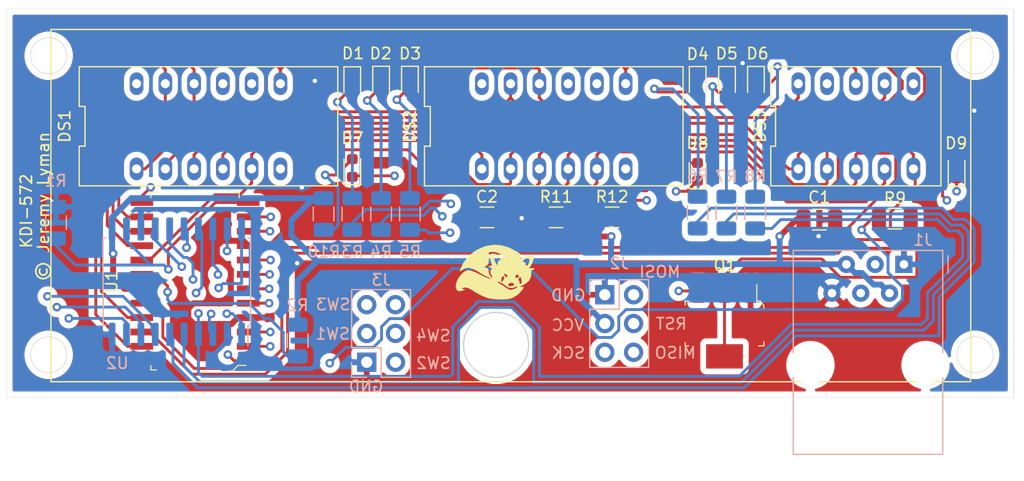
<source format=kicad_pcb>
(kicad_pcb (version 20171130) (host pcbnew 5.1.5)
  (title_block (title KDI-572) (date 2020-05-17) (rev v01) (comment 2 creativecommons.org/licenses/by/4.0/) (comment 3 "License: CC BY 4.0") (comment 4 "Author: Jeremy Lyman"))
  (layers (0 F.Cu signal) (1 In1.Cu signal) (2 In2.Cu signal) (31 B.Cu signal) (34 B.Paste user) (35 F.Paste user) (36 B.SilkS user) (37 F.SilkS user) (38 B.Mask user) (39 F.Mask user) (44 Edge.Cuts user))
  (net 0 "")
  (net 1 VCC)
  (net 2 GND)
  (net 3 LED_1)
  (net 4 LED_2)
  (net 5 LED_3)
  (net 6 LED_4)
  (net 7 LED_5)
  (net 8 LED_6)
  (net 9 "Net-(D7-Pad2)")
  (net 10 "Net-(D7-Pad1)")
  (net 11 "Net-(D8-Pad2)")
  (net 12 "Net-(D9-Pad2)")
  (net 13 "Net-(DS1-Pad6)")
  (net 14 SEG_B)
  (net 15 SEG_G)
  (net 16 DIG_2)
  (net 17 SEG_C)
  (net 18 DIG_1)
  (net 19 SEG_DP)
  (net 20 SEG_F)
  (net 21 SEG_D)
  (net 22 SEG_A)
  (net 23 SEG_E)
  (net 24 DIG_0)
  (net 25 DIG_3)
  (net 26 DIG_4)
  (net 27 DIG_5)
  (net 28 "Net-(DS2-Pad6)")
  (net 29 DIG_6)
  (net 30 DIG_7)
  (net 31 /SCK)
  (net 32 /SDA)
  (net 33 /RST)
  (net 34 /MISO)
  (net 35 LED_GRP)
  (net 36 "Net-(R1-Pad2)")
  (net 37 "Net-(R2-Pad1)")
  (net 38 "Net-(R3-Pad2)")
  (net 39 "Net-(R4-Pad2)")
  (net 40 "Net-(R5-Pad2)")
  (net 41 "Net-(R6-Pad2)")
  (net 42 "Net-(R7-Pad2)")
  (net 43 "Net-(R8-Pad2)")
  (net 44 "Net-(R9-Pad2)")
  (net 45 SW1)
  (net 46 SW2)
  (net 47 SW3)
  (net 48 SW4)
  (net 49 "Net-(J3-Pad6)")
  (module images:rp (layer F.Cu) (at 156.19476 99.20224)
    (fp_text reference G*** hide)
    (fp_text value LOGO hide)
  )
  (module digikey-footprints:SOIC-24_W7.50mm (layer F.Cu) (at 129.61874 100.07346 90)
    (fp_text reference U1 (at 0 -7.36 90) (layer F.SilkS))
    (fp_text value MAX7219)
    (pad 24 smd rect (at -6.985 -4.7 90) (size 0.6 2) (layers F.Cu F.Paste F.Mask) (net 2 GND))
    (pad 23 smd rect (at -5.715 -4.7 90) (size 0.6 2) (layers F.Cu F.Paste F.Mask) (net 21 SEG_D))
    (pad 22 smd rect (at -4.445 -4.7 90) (size 0.6 2) (layers F.Cu F.Paste F.Mask) (net 19 SEG_DP))
    (pad 21 smd rect (at -3.175 -4.7 90) (size 0.6 2) (layers F.Cu F.Paste F.Mask) (net 23 SEG_E))
    (pad 20 smd rect (at -1.905 -4.7 90) (size 0.6 2) (layers F.Cu F.Paste F.Mask) (net 17 SEG_C))
    (pad 19 smd rect (at -0.635 -4.7 90) (size 0.6 2) (layers F.Cu F.Paste F.Mask) (net 1 VCC))
    (pad 18 smd rect (at 0.635 -4.7 90) (size 0.6 2) (layers F.Cu F.Paste F.Mask) (net 37 "Net-(R2-Pad1)"))
    (pad 17 smd rect (at 1.905 -4.7 90) (size 0.6 2) (layers F.Cu F.Paste F.Mask) (net 15 SEG_G))
    (pad 16 smd rect (at 3.175 -4.7 90) (size 0.6 2) (layers F.Cu F.Paste F.Mask) (net 14 SEG_B))
    (pad 15 smd rect (at 4.445 -4.7 90) (size 0.6 2) (layers F.Cu F.Paste F.Mask) (net 20 SEG_F))
    (pad 14 smd rect (at 5.715 -4.7 90) (size 0.6 2) (layers F.Cu F.Paste F.Mask) (net 22 SEG_A))
    (pad 12 smd rect (at 6.985 4.7 90) (size 0.6 2) (layers F.Cu F.Paste F.Mask) (net 36 "Net-(R1-Pad2)"))
    (pad 11 smd rect (at 5.715 4.7 90) (size 0.6 2) (layers F.Cu F.Paste F.Mask) (net 18 DIG_1))
    (pad 10 smd rect (at 4.445 4.7 90) (size 0.6 2) (layers F.Cu F.Paste F.Mask) (net 27 DIG_5))
    (pad 9 smd rect (at 3.175 4.7 90) (size 0.6 2) (layers F.Cu F.Paste F.Mask) (net 2 GND))
    (pad 8 smd rect (at 1.905 4.7 90) (size 0.6 2) (layers F.Cu F.Paste F.Mask) (net 30 DIG_7))
    (pad 7 smd rect (at 0.635 4.7 90) (size 0.6 2) (layers F.Cu F.Paste F.Mask) (net 25 DIG_3))
    (pad 6 smd rect (at -0.635 4.7 90) (size 0.6 2) (layers F.Cu F.Paste F.Mask) (net 16 DIG_2))
    (pad 5 smd rect (at -1.905 4.7 90) (size 0.6 2) (layers F.Cu F.Paste F.Mask) (net 29 DIG_6))
    (pad 4 smd rect (at -3.175 4.7 90) (size 0.6 2) (layers F.Cu F.Paste F.Mask) (net 2 GND))
    (pad 3 smd rect (at -4.445 4.7 90) (size 0.6 2) (layers F.Cu F.Paste F.Mask) (net 26 DIG_4))
    (pad 2 smd rect (at -5.715 4.7 90) (size 0.6 2) (layers F.Cu F.Paste F.Mask) (net 24 DIG_0))
    (pad 13 smd rect (at 6.985 -4.7 90) (size 0.6 2) (layers F.Cu F.Paste F.Mask) (net 31 /SCK))
    (pad 1 smd rect (at -6.985 4.7 90) (size 0.6 2) (layers F.Cu F.Paste F.Mask) (net 32 /SDA))
  )
  (module digikey-footprints:Trans_SOT-223-4 (layer F.Cu) (at 176.3649 103.7717 180)
    (fp_text reference Q1 (at -0.0381 5.12572) (layer F.SilkS))
    (fp_text value 2N2222A)
    (pad 3 smd rect (at 2.3 2.9 180) (size 0.95 2.15) (layers F.Cu F.Paste F.Mask) (net 10 "Net-(D7-Pad1)"))
    (pad 2 smd rect (at 0 2.9 180) (size 0.95 2.15) (layers F.Cu F.Paste F.Mask) (net 35 LED_GRP))
    (pad 1 smd rect (at -2.3 2.9 180) (size 0.95 2.15) (layers F.Cu F.Paste F.Mask) (net 2 GND))
    (pad 2 smd rect (at 0 -2.9 180) (size 3.25 2.15) (layers F.Cu F.Paste F.Mask) (net 35 LED_GRP))
  )
  (module LED_SMD:LED_0603_1608Metric (layer F.Cu) (at 143.50492 82.59562 270)
    (fp_text reference D1 (at -2.67198 -0.0635 180) (layer F.SilkS))
    (fp_text value RED)
    (pad 2 smd roundrect (at 0.7875 0 270) (size 0.875 0.95) (layers F.Cu F.Paste F.Mask) (net 3 LED_1))
    (pad 1 smd roundrect (at -0.7875 0 270) (size 0.875 0.95) (layers F.Cu F.Paste F.Mask) (net 2 GND))
  )
  (module kdi574:2281AS (layer F.Cu) (at 187.96 86.36)
    (fp_text reference DS3 (at -8.45 0 90) (layer F.SilkS))
    (fp_text value 2281AX)
    (pad 10 thru_hole oval (at -5.08 -3.76) (size 1.2 2) (drill 0.8) (layers *.Cu *.Mask) (net 20 SEG_F))
    (pad 1 thru_hole oval (at -5.08 3.76) (size 1.2 2) (drill 0.8) (layers *.Cu *.Mask) (net 23 SEG_E))
    (pad 9 thru_hole oval (at -2.54 -3.76) (size 1.2 2) (drill 0.8) (layers *.Cu *.Mask) (net 29 DIG_6))
    (pad 2 thru_hole oval (at -2.54 3.76) (size 1.2 2) (drill 0.8) (layers *.Cu *.Mask) (net 21 SEG_D))
    (pad 8 thru_hole oval (at 0 -3.76) (size 1.2 2) (drill 0.8) (layers *.Cu *.Mask) (net 14 SEG_B))
    (pad 3 thru_hole oval (at 0 3.76) (size 1.2 2) (drill 0.8) (layers *.Cu *.Mask) (net 17 SEG_C))
    (pad 7 thru_hole oval (at 2.54 -3.76) (size 1.2 2) (drill 0.8) (layers *.Cu *.Mask) (net 22 SEG_A))
    (pad 4 thru_hole oval (at 2.54 3.76) (size 1.2 2) (drill 0.8) (layers *.Cu *.Mask) (net 15 SEG_G))
    (pad 6 thru_hole oval (at 5.08 -3.76) (size 1.2 2) (drill 0.8) (layers *.Cu *.Mask) (net 30 DIG_7))
    (pad 5 thru_hole oval (at 5.08 3.76) (size 1.2 2) (drill 0.8) (layers *.Cu *.Mask) (net 19 SEG_DP))
  )
  (module Connector_PinHeader_2.54mm:PinHeader_2x03_P2.54mm_Vertical (layer B.Cu) (at 144.78 107.188)
    (fp_text reference J3 (at 1.2827 -7.26694) (layer B.SilkS) (effects (justify mirror)))
    (fp_text value Conn_Switch)
    (pad 6 thru_hole oval (at 2.54 -5.08) (size 1.7 1.7) (drill 1) (layers *.Cu *.Mask) (net 49 "Net-(J3-Pad6)"))
    (pad 5 thru_hole oval (at 0 -5.08) (size 1.7 1.7) (drill 1) (layers *.Cu *.Mask) (net 47 SW3))
    (pad 4 thru_hole oval (at 2.54 -2.54) (size 1.7 1.7) (drill 1) (layers *.Cu *.Mask) (net 48 SW4))
    (pad 3 thru_hole oval (at 0 -2.54) (size 1.7 1.7) (drill 1) (layers *.Cu *.Mask) (net 45 SW1))
    (pad 2 thru_hole oval (at 2.54 0) (size 1.7 1.7) (drill 1) (layers *.Cu *.Mask) (net 46 SW2))
    (pad 1 thru_hole rect (at 0 0) (size 1.7 1.7) (drill 1) (layers *.Cu *.Mask) (net 2 GND))
  )
  (module LED_SMD:LED_0603_1608Metric (layer F.Cu) (at 196.85 90.17 90)
    (fp_text reference D9 (at 2.31394 -0.02794 180) (layer F.SilkS))
    (fp_text value RED)
    (pad 2 smd roundrect (at 0.7875 0 90) (size 0.875 0.95) (layers F.Cu F.Paste F.Mask) (net 12 "Net-(D9-Pad2)"))
    (pad 1 smd roundrect (at -0.7875 0 90) (size 0.875 0.95) (layers F.Cu F.Paste F.Mask) (net 10 "Net-(D7-Pad1)"))
  )
  (module LED_SMD:LED_0603_1608Metric (layer F.Cu) (at 173.97984 90.38346 90)
    (fp_text reference D8 (at 2.5528 -0.00254 180) (layer F.SilkS))
    (fp_text value RED)
    (pad 2 smd roundrect (at 0.7875 0 90) (size 0.875 0.95) (layers F.Cu F.Paste F.Mask) (net 11 "Net-(D8-Pad2)"))
    (pad 1 smd roundrect (at -0.7875 0 90) (size 0.875 0.95) (layers F.Cu F.Paste F.Mask) (net 10 "Net-(D7-Pad1)"))
  )
  (module LED_SMD:LED_0603_1608Metric (layer F.Cu) (at 143.51 90.04 90)
    (fp_text reference D7 (at 2.63098 0.0127 180) (layer F.SilkS))
    (fp_text value RED)
    (pad 2 smd roundrect (at 0.7875 0 90) (size 0.875 0.95) (layers F.Cu F.Paste F.Mask) (net 9 "Net-(D7-Pad2)"))
    (pad 1 smd roundrect (at -0.7875 0 90) (size 0.875 0.95) (layers F.Cu F.Paste F.Mask) (net 10 "Net-(D7-Pad1)"))
  )
  (module LED_SMD:LED_0603_1608Metric (layer F.Cu) (at 179.13604 82.56534 270)
    (fp_text reference D6 (at -2.62646 -0.14224 180) (layer F.SilkS))
    (fp_text value RED)
    (pad 2 smd roundrect (at 0.7875 0 270) (size 0.875 0.95) (layers F.Cu F.Paste F.Mask) (net 8 LED_6))
    (pad 1 smd roundrect (at -0.7875 0 270) (size 0.875 0.95) (layers F.Cu F.Paste F.Mask) (net 2 GND))
  )
  (module LED_SMD:LED_0603_1608Metric (layer F.Cu) (at 176.58588 82.57042 270)
    (fp_text reference D5 (at -2.62646 0.0254 180) (layer F.SilkS))
    (fp_text value RED)
    (pad 2 smd roundrect (at 0.7875 0 270) (size 0.875 0.95) (layers F.Cu F.Paste F.Mask) (net 7 LED_5))
    (pad 1 smd roundrect (at -0.7875 0 270) (size 0.875 0.95) (layers F.Cu F.Paste F.Mask) (net 2 GND))
  )
  (module LED_SMD:LED_0603_1608Metric (layer F.Cu) (at 173.99508 82.57022 270)
    (fp_text reference D4 (at -2.58308 -0.00508 180) (layer F.SilkS))
    (fp_text value RED)
    (pad 2 smd roundrect (at 0.76728 0 270) (size 0.875 0.95) (layers F.Cu F.Paste F.Mask) (net 6 LED_4))
    (pad 1 smd roundrect (at -0.7875 0 270) (size 0.875 0.95) (layers F.Cu F.Paste F.Mask) (net 2 GND))
  )
  (module LED_SMD:LED_0603_1608Metric (layer F.Cu) (at 148.59 82.55 270)
    (fp_text reference D3 (at -2.60858 -0.01778 180) (layer F.SilkS))
    (fp_text value RED)
    (pad 2 smd roundrect (at 0.7875 0 270) (size 0.875 0.95) (layers F.Cu F.Paste F.Mask) (net 5 LED_3))
    (pad 1 smd roundrect (at -0.7875 0 270) (size 0.875 0.95) (layers F.Cu F.Paste F.Mask) (net 2 GND))
  )
  (module LED_SMD:LED_0603_1608Metric (layer F.Cu) (at 146.05 82.55 270)
    (fp_text reference D2 (at -2.6162 0.0381 180) (layer F.SilkS))
    (fp_text value RED)
    (pad 2 smd roundrect (at 0.7875 0 270) (size 0.875 0.95) (layers F.Cu F.Paste F.Mask) (net 4 LED_2))
    (pad 1 smd roundrect (at -0.7875 0 270) (size 0.875 0.95) (layers F.Cu F.Paste F.Mask) (net 2 GND))
  )
  (module Capacitor_SMD:C_1206_3216Metric (layer F.Cu) (at 184.7342 94.6023 180)
    (fp_text reference C1 (at 0.00762 1.97358) (layer F.SilkS))
    (fp_text value 10uF)
    (pad 2 smd roundrect (at 1.4 0 180) (size 1.25 1.75) (layers F.Cu F.Paste F.Mask) (roundrect_rratio 0.2) (net 1 VCC))
    (pad 1 smd roundrect (at -1.4 0 180) (size 1.25 1.75) (layers F.Cu F.Paste F.Mask) (roundrect_rratio 0.2) (net 2 GND))
  )
  (module Capacitor_SMD:C_1206_3216Metric (layer F.Cu) (at 155.3942 94.3991)
    (fp_text reference C2 (at 0 -1.82) (layer F.SilkS))
    (fp_text value 0.1uF)
    (pad 1 smd roundrect (at -1.4 0) (size 1.25 1.75) (layers F.Cu F.Paste F.Mask) (roundrect_rratio 0.2) (net 1 VCC))
    (pad 2 smd roundrect (at 1.4 0) (size 1.25 1.75) (layers F.Cu F.Paste F.Mask) (roundrect_rratio 0.2) (net 2 GND))
  )
  (module kdi574:2381AS-DIP (layer F.Cu) (at 130.81 86.36)
    (fp_text reference DS1 (at -12.7 0 90) (layer F.SilkS))
    (fp_text value 2381AX)
    (pad 6 thru_hole oval (at 6.35 3.76) (size 1.2 2) (drill 0.8) (layers *.Cu *.Mask) (net 13 "Net-(DS1-Pad6)"))
    (pad 7 thru_hole oval (at 6.35 -3.76) (size 1.2 2) (drill 0.8) (layers *.Cu *.Mask) (net 14 SEG_B))
    (pad 5 thru_hole oval (at 3.81 3.76) (size 1.2 2) (drill 0.8) (layers *.Cu *.Mask) (net 15 SEG_G))
    (pad 8 thru_hole oval (at 3.81 -3.76) (size 1.2 2) (drill 0.8) (layers *.Cu *.Mask) (net 16 DIG_2))
    (pad 4 thru_hole oval (at 1.27 3.76) (size 1.2 2) (drill 0.8) (layers *.Cu *.Mask) (net 17 SEG_C))
    (pad 9 thru_hole oval (at 1.27 -3.76) (size 1.2 2) (drill 0.8) (layers *.Cu *.Mask) (net 18 DIG_1))
    (pad 3 thru_hole oval (at -1.27 3.76) (size 1.2 2) (drill 0.8) (layers *.Cu *.Mask) (net 19 SEG_DP))
    (pad 10 thru_hole oval (at -1.27 -3.76) (size 1.2 2) (drill 0.8) (layers *.Cu *.Mask) (net 20 SEG_F))
    (pad 2 thru_hole oval (at -3.81 3.76) (size 1.2 2) (drill 0.8) (layers *.Cu *.Mask) (net 21 SEG_D))
    (pad 11 thru_hole oval (at -3.81 -3.76) (size 1.2 2) (drill 0.8) (layers *.Cu *.Mask) (net 22 SEG_A))
    (pad 1 thru_hole oval (at -6.35 3.76) (size 1.2 2) (drill 0.8) (layers *.Cu *.Mask) (net 23 SEG_E))
    (pad 12 thru_hole oval (at -6.35 -3.76) (size 1.2 2) (drill 0.8) (layers *.Cu *.Mask) (net 24 DIG_0))
  )
  (module kdi574:2381AS-DIP (layer F.Cu) (at 161.29 86.36)
    (fp_text reference DS2 (at -12.7 0 90) (layer F.SilkS))
    (fp_text value 2381AX)
    (pad 12 thru_hole oval (at -6.35 -3.76) (size 1.2 2) (drill 0.8) (layers *.Cu *.Mask) (net 25 DIG_3))
    (pad 1 thru_hole oval (at -6.35 3.76) (size 1.2 2) (drill 0.8) (layers *.Cu *.Mask) (net 23 SEG_E))
    (pad 11 thru_hole oval (at -3.81 -3.76) (size 1.2 2) (drill 0.8) (layers *.Cu *.Mask) (net 22 SEG_A))
    (pad 2 thru_hole oval (at -3.81 3.76) (size 1.2 2) (drill 0.8) (layers *.Cu *.Mask) (net 21 SEG_D))
    (pad 10 thru_hole oval (at -1.27 -3.76) (size 1.2 2) (drill 0.8) (layers *.Cu *.Mask) (net 20 SEG_F))
    (pad 3 thru_hole oval (at -1.27 3.76) (size 1.2 2) (drill 0.8) (layers *.Cu *.Mask) (net 19 SEG_DP))
    (pad 9 thru_hole oval (at 1.27 -3.76) (size 1.2 2) (drill 0.8) (layers *.Cu *.Mask) (net 26 DIG_4))
    (pad 4 thru_hole oval (at 1.27 3.76) (size 1.2 2) (drill 0.8) (layers *.Cu *.Mask) (net 17 SEG_C))
    (pad 8 thru_hole oval (at 3.81 -3.76) (size 1.2 2) (drill 0.8) (layers *.Cu *.Mask) (net 27 DIG_5))
    (pad 5 thru_hole oval (at 3.81 3.76) (size 1.2 2) (drill 0.8) (layers *.Cu *.Mask) (net 15 SEG_G))
    (pad 7 thru_hole oval (at 6.35 -3.76) (size 1.2 2) (drill 0.8) (layers *.Cu *.Mask) (net 14 SEG_B))
    (pad 6 thru_hole oval (at 6.35 3.76) (size 1.2 2) (drill 0.8) (layers *.Cu *.Mask) (net 28 "Net-(DS2-Pad6)"))
  )
  (module Connector_RJ:RJ12_Amphenol_54601 (layer B.Cu) (at 192.2018 98.552 180)
    (fp_text reference J1 (at -1.67 2.16 180) (layer B.SilkS) (effects (justify mirror)))
    (fp_text value RJ12)
    (pad 1 thru_hole rect (at 0 0 180) (size 1.52 1.52) (drill 0.76) (layers *.Cu *.Mask) (net 2 GND))
    (pad "" np_thru_hole circle (at -1.91 -8.89 180) (size 3.25 3.25) (drill 3.25) (layers *.Cu *.Mask))
    (pad 2 thru_hole circle (at 1.27 -2.54 180) (size 1.52 1.52) (drill 0.76) (layers *.Cu *.Mask) (net 1 VCC))
    (pad 3 thru_hole circle (at 2.54 0 180) (size 1.52 1.52) (drill 0.76) (layers *.Cu *.Mask) (net 32 /SDA))
    (pad 4 thru_hole circle (at 3.81 -2.54 180) (size 1.52 1.52) (drill 0.76) (layers *.Cu *.Mask) (net 31 /SCK))
    (pad 5 thru_hole circle (at 5.08 0 180) (size 1.52 1.52) (drill 0.76) (layers *.Cu *.Mask) (net 1 VCC))
    (pad 6 thru_hole circle (at 6.35 -2.54 180) (size 1.52 1.52) (drill 0.76) (layers *.Cu *.Mask) (net 2 GND))
    (pad "" np_thru_hole circle (at 8.25 -8.89 180) (size 3.25 3.25) (drill 3.25) (layers *.Cu *.Mask))
  )
  (module Connector_PinSocket_2.54mm:PinSocket_2x03_P2.54mm_Vertical (layer B.Cu) (at 165.7985 101.2317 180)
    (fp_text reference J2 (at -1.27 2.77) (layer B.SilkS) (effects (justify mirror)))
    (fp_text value Conn_ISP)
    (pad 1 thru_hole rect (at 0 0 180) (size 1.7 1.7) (drill 1) (layers *.Cu *.Mask) (net 2 GND))
    (pad 2 thru_hole oval (at -2.54 0 180) (size 1.7 1.7) (drill 1) (layers *.Cu *.Mask) (net 32 /SDA))
    (pad 3 thru_hole oval (at 0 -2.54 180) (size 1.7 1.7) (drill 1) (layers *.Cu *.Mask) (net 1 VCC))
    (pad 4 thru_hole oval (at -2.54 -2.54 180) (size 1.7 1.7) (drill 1) (layers *.Cu *.Mask) (net 33 /RST))
    (pad 5 thru_hole oval (at 0 -5.08 180) (size 1.7 1.7) (drill 1) (layers *.Cu *.Mask) (net 31 /SCK))
    (pad 6 thru_hole oval (at -2.54 -5.08 180) (size 1.7 1.7) (drill 1) (layers *.Cu *.Mask) (net 34 /MISO))
  )
  (module Resistor_SMD:R_1206_3216Metric (layer B.Cu) (at 117.348 94.872 270)
    (fp_text reference R1 (at -3.70124 0.03302) (layer B.SilkS) (effects (justify mirror)))
    (fp_text value 10k)
    (pad 1 smd roundrect (at -1.4 0 270) (size 1.25 1.75) (layers B.Cu B.Paste B.Mask) (roundrect_rratio 0.2) (net 2 GND))
    (pad 2 smd roundrect (at 1.4 0 270) (size 1.25 1.75) (layers B.Cu B.Paste B.Mask) (roundrect_rratio 0.2) (net 36 "Net-(R1-Pad2)"))
  )
  (module Resistor_SMD:R_1206_3216Metric (layer B.Cu) (at 138.684 105.28 90)
    (fp_text reference R2 (at 3.11866 -0.0254) (layer B.SilkS) (effects (justify mirror)))
    (fp_text value 10k)
    (pad 1 smd roundrect (at -1.4 0 90) (size 1.25 1.75) (layers B.Cu B.Paste B.Mask) (roundrect_rratio 0.2) (net 37 "Net-(R2-Pad1)"))
    (pad 2 smd roundrect (at 1.4 0 90) (size 1.25 1.75) (layers B.Cu B.Paste B.Mask) (roundrect_rratio 0.2) (net 1 VCC))
  )
  (module Resistor_SMD:R_1206_3216Metric (layer B.Cu) (at 143.51 94.107 270)
    (fp_text reference R3 (at 3.33756 0.01016) (layer B.SilkS) (effects (justify mirror)))
    (fp_text value 200)
    (pad 2 smd roundrect (at 1.4 0 270) (size 1.25 1.75) (layers B.Cu B.Paste B.Mask) (roundrect_rratio 0.2) (net 38 "Net-(R3-Pad2)"))
    (pad 1 smd roundrect (at -1.4 0 270) (size 1.25 1.75) (layers B.Cu B.Paste B.Mask) (roundrect_rratio 0.2) (net 3 LED_1))
  )
  (module Resistor_SMD:R_1206_3216Metric (layer B.Cu) (at 146.05 94.107 270)
    (fp_text reference R4 (at 3.33756 0.00508) (layer B.SilkS) (effects (justify mirror)))
    (fp_text value 200)
    (pad 1 smd roundrect (at -1.4 0 270) (size 1.25 1.75) (layers B.Cu B.Paste B.Mask) (roundrect_rratio 0.2) (net 4 LED_2))
    (pad 2 smd roundrect (at 1.4 0 270) (size 1.25 1.75) (layers B.Cu B.Paste B.Mask) (roundrect_rratio 0.2) (net 39 "Net-(R4-Pad2)"))
  )
  (module Resistor_SMD:R_1206_3216Metric (layer B.Cu) (at 148.59 94.107 270)
    (fp_text reference R5 (at 3.31978 -0.01778) (layer B.SilkS) (effects (justify mirror)))
    (fp_text value 200)
    (pad 2 smd roundrect (at 1.4 0 270) (size 1.25 1.75) (layers B.Cu B.Paste B.Mask) (roundrect_rratio 0.2) (net 40 "Net-(R5-Pad2)"))
    (pad 1 smd roundrect (at -1.4 0 270) (size 1.25 1.75) (layers B.Cu B.Paste B.Mask) (roundrect_rratio 0.2) (net 5 LED_3))
  )
  (module Resistor_SMD:R_1206_3216Metric (layer B.Cu) (at 173.99 93.98 270)
    (fp_text reference R6 (at -3.26136 -0.0127) (layer B.SilkS) (effects (justify mirror)))
    (fp_text value 200)
    (pad 1 smd roundrect (at -1.4 0 270) (size 1.25 1.75) (layers B.Cu B.Paste B.Mask) (roundrect_rratio 0.2) (net 6 LED_4))
    (pad 2 smd roundrect (at 1.4 0 270) (size 1.25 1.75) (layers B.Cu B.Paste B.Mask) (roundrect_rratio 0.2) (net 41 "Net-(R6-Pad2)"))
  )
  (module Resistor_SMD:R_1206_3216Metric (layer B.Cu) (at 176.53 93.98 270)
    (fp_text reference R7 (at -3.175 0) (layer B.SilkS) (effects (justify mirror)))
    (fp_text value 200)
    (pad 2 smd roundrect (at 1.4 0 270) (size 1.25 1.75) (layers B.Cu B.Paste B.Mask) (roundrect_rratio 0.2) (net 42 "Net-(R7-Pad2)"))
    (pad 1 smd roundrect (at -1.4 0 270) (size 1.25 1.75) (layers B.Cu B.Paste B.Mask) (roundrect_rratio 0.2) (net 7 LED_5))
  )
  (module Resistor_SMD:R_1206_3216Metric (layer B.Cu) (at 179.07 93.98 270)
    (fp_text reference R8 (at -3.2258 -0.00508) (layer B.SilkS) (effects (justify mirror)))
    (fp_text value 200)
    (pad 2 smd roundrect (at 1.4 0 270) (size 1.25 1.75) (layers B.Cu B.Paste B.Mask) (roundrect_rratio 0.2) (net 43 "Net-(R8-Pad2)"))
    (pad 1 smd roundrect (at -1.4 0 270) (size 1.25 1.75) (layers B.Cu B.Paste B.Mask) (roundrect_rratio 0.2) (net 8 LED_6))
  )
  (module Resistor_SMD:R_1206_3216Metric (layer F.Cu) (at 191.4017 94.5134 180)
    (fp_text reference R9 (at -0.01016 1.79832) (layer F.SilkS))
    (fp_text value 10k)
    (pad 2 smd roundrect (at 1.4 0 180) (size 1.25 1.75) (layers F.Cu F.Paste F.Mask) (roundrect_rratio 0.2) (net 44 "Net-(R9-Pad2)"))
    (pad 1 smd roundrect (at -1.4 0 180) (size 1.25 1.75) (layers F.Cu F.Paste F.Mask) (roundrect_rratio 0.2) (net 35 LED_GRP))
  )
  (module Resistor_SMD:R_1206_3216Metric (layer B.Cu) (at 140.97 94.107 270)
    (fp_text reference R10 (at 3.32232 -0.02794) (layer B.SilkS) (effects (justify mirror)))
    (fp_text value 200)
    (pad 1 smd roundrect (at -1.4 0 270) (size 1.25 1.75) (layers B.Cu B.Paste B.Mask) (roundrect_rratio 0.2) (net 1 VCC))
    (pad 2 smd roundrect (at 1.4 0 270) (size 1.25 1.75) (layers B.Cu B.Paste B.Mask) (roundrect_rratio 0.2) (net 9 "Net-(D7-Pad2)"))
  )
  (module Resistor_SMD:R_1206_3216Metric (layer F.Cu) (at 161.4962 94.3991)
    (fp_text reference R11 (at 0 -1.82 -180) (layer F.SilkS))
    (fp_text value 200)
    (pad 2 smd roundrect (at 1.4 0) (size 1.25 1.75) (layers F.Cu F.Paste F.Mask) (roundrect_rratio 0.2) (net 11 "Net-(D8-Pad2)"))
    (pad 1 smd roundrect (at -1.4 0) (size 1.25 1.75) (layers F.Cu F.Paste F.Mask) (roundrect_rratio 0.2) (net 1 VCC))
  )
  (module Resistor_SMD:R_1206_3216Metric (layer F.Cu) (at 166.4432 94.3991)
    (fp_text reference R12 (at 0 -1.82 -180) (layer F.SilkS))
    (fp_text value 200)
    (pad 1 smd roundrect (at -1.4 0) (size 1.25 1.75) (layers F.Cu F.Paste F.Mask) (roundrect_rratio 0.2) (net 1 VCC))
    (pad 2 smd roundrect (at 1.4 0) (size 1.25 1.75) (layers F.Cu F.Paste F.Mask) (roundrect_rratio 0.2) (net 12 "Net-(D9-Pad2)"))
  )
  (module Package_SO:SOIC-20W_7.5x12.8mm_P1.27mm (layer B.Cu) (at 128.016 100.076 90)
    (fp_text reference U2 (at -7.19074 -5.25526) (layer B.SilkS) (effects (justify mirror)))
    (fp_text value ATtiny1634-SU)
    (pad 1 smd roundrect (at -4.65 5.715 90) (size 2.05 0.6) (layers B.Cu B.Paste B.Mask) (net 45 SW1))
    (pad 2 smd roundrect (at -4.65 4.445 90) (size 2.05 0.6) (layers B.Cu B.Paste B.Mask) (net 2 GND))
    (pad 3 smd roundrect (at -4.65 3.175 90) (size 2.05 0.6) (layers B.Cu B.Paste B.Mask) (net 44 "Net-(R9-Pad2)"))
    (pad 4 smd roundrect (at -4.65 1.905 90) (size 2.05 0.6) (layers B.Cu B.Paste B.Mask) (net 43 "Net-(R8-Pad2)"))
    (pad 5 smd roundrect (at -4.65 0.635 90) (size 2.05 0.6) (layers B.Cu B.Paste B.Mask) (net 42 "Net-(R7-Pad2)"))
    (pad 6 smd roundrect (at -4.65 -0.635 90) (size 2.05 0.6) (layers B.Cu B.Paste B.Mask) (net 41 "Net-(R6-Pad2)"))
    (pad 7 smd roundrect (at -4.65 -1.905 90) (size 2.05 0.6) (layers B.Cu B.Paste B.Mask) (net 40 "Net-(R5-Pad2)"))
    (pad 8 smd roundrect (at -4.65 -3.175 90) (size 2.05 0.6) (layers B.Cu B.Paste B.Mask) (net 39 "Net-(R4-Pad2)"))
    (pad 9 smd roundrect (at -4.65 -4.445 90) (size 2.05 0.6) (layers B.Cu B.Paste B.Mask) (net 38 "Net-(R3-Pad2)"))
    (pad 10 smd roundrect (at -4.65 -5.715 90) (size 2.05 0.6) (layers B.Cu B.Paste B.Mask) (net 2 GND))
    (pad 11 smd roundrect (at 4.65 -5.715 90) (size 2.05 0.6) (layers B.Cu B.Paste B.Mask) (net 1 VCC))
    (pad 12 smd roundrect (at 4.65 -4.445 90) (size 2.05 0.6) (layers B.Cu B.Paste B.Mask) (net 36 "Net-(R1-Pad2)"))
    (pad 13 smd roundrect (at 4.65 -3.175 90) (size 2.05 0.6) (layers B.Cu B.Paste B.Mask) (net 2 GND))
    (pad 14 smd roundrect (at 4.65 -1.905 90) (size 2.05 0.6) (layers B.Cu B.Paste B.Mask) (net 33 /RST))
    (pad 15 smd roundrect (at 4.65 -0.635 90) (size 2.05 0.6) (layers B.Cu B.Paste B.Mask) (net 48 SW4))
    (pad 16 smd roundrect (at 4.65 0.635 90) (size 2.05 0.6) (layers B.Cu B.Paste B.Mask) (net 31 /SCK))
    (pad 17 smd roundrect (at 4.65 1.905 90) (size 2.05 0.6) (layers B.Cu B.Paste B.Mask) (net 47 SW3))
    (pad 18 smd roundrect (at 4.65 3.175 90) (size 2.05 0.6) (layers B.Cu B.Paste B.Mask) (net 46 SW2))
    (pad 19 smd roundrect (at 4.65 4.445 90) (size 2.05 0.6) (layers B.Cu B.Paste B.Mask) (net 34 /MISO))
    (pad 20 smd roundrect (at 4.65 5.715 90) (size 2.05 0.6) (layers B.Cu B.Paste B.Mask) (net 32 /SDA))
  )
  (gr_text MISO (at 172.0215 106.35488) (layer B.SilkS) (effects (font (size 1 1)) (justify mirror)))
  (gr_text RST (at 171.67098 103.79202) (layer B.SilkS) (effects (font (size 1 1)) (justify mirror)))
  (gr_text MOSI (at 170.65244 99.20986) (layer B.SilkS) (effects (font (size 1 1)) (justify mirror)))
  (gr_text SCK (at 162.57778 106.37266) (layer B.SilkS) (effects (font (size 1 1)) (justify mirror)))
  (gr_text VCC (at 162.54222 103.91648) (layer B.SilkS) (effects (font (size 1 1)) (justify mirror)))
  (gr_text GND (at 162.57778 101.2825) (layer B.SilkS) (effects (font (size 1 1)) (justify mirror)))
  (gr_text SW3 (at 141.81328 102.0953) (layer B.SilkS) (effects (font (size 1 1)) (justify mirror)))
  (gr_text GND (at 144.72666 109.32668) (layer B.SilkS) (effects (font (size 1 1)) (justify mirror)))
  (gr_text SW2 (at 150.66518 107.27182) (layer B.SilkS) (effects (font (size 1 1)) (justify mirror)))
  (gr_text SW4 (at 150.65502 104.84866) (layer B.SilkS) (effects (font (size 1 1)) (justify mirror)))
  (gr_text SW1 (at 141.76502 104.68102) (layer B.SilkS) (effects (font (size 1 1)) (justify mirror)))
  (gr_text "© Jeremy Lyman" (at 116.2431 93.43898 90) (layer F.SilkS) (effects (font (size 1 1))))
  (gr_text KDI-572 (at 114.72672 93.8403 90) (layer F.SilkS) (effects (font (size 1 1))))
  (gr_line (start 198.1035 108.9129) (end 116.9035 108.9129) (layer F.SilkS) (width 0.12))
  (gr_line (start 198.1035 77.8129) (end 198.1035 108.7755) (layer F.SilkS) (width 0.12))
  (gr_line (start 116.9035 77.8129) (end 198.1035 77.8129) (layer F.SilkS) (width 0.12))
  (gr_line (start 116.9035 77.8129) (end 116.9035 108.9129) (layer F.SilkS) (width 0.12))
  (gr_circle (center 156.2 105.664) (end 159.073682 105.664) (layer Edge.Cuts) (width 0.12))
  (gr_circle (center 198.4898 106.5375) (end 200.0898 106.5375) (layer Edge.Cuts) (width 0.05))
  (gr_circle (center 198.4898 80.1375) (end 200.0898 80.1375) (layer Edge.Cuts) (width 0.05))
  (gr_circle (center 116.7018 80.1375) (end 118.3018 80.1375) (layer Edge.Cuts) (width 0.05))
  (gr_circle (center 116.7018 106.5375) (end 118.3018 106.5375) (layer Edge.Cuts) (width 0.05))
  (gr_line (start 113 110.29) (end 113 76) (layer Edge.Cuts) (width 0.0254))
  (gr_line (start 113 110.29) (end 201.9 110.29) (layer Edge.Cuts) (width 0.0254))
  (gr_line (start 201.9 76) (end 201.9 110.29) (layer Edge.Cuts) (width 0.05))
  (gr_line (start 113 76) (end 201.9 76) (layer Edge.Cuts) (width 0.0254))
  (segment (start 165.7985 103.7717) (end 163.30676 101.27996) (width 0.525) (layer B.Cu) (net 1))
  (segment (start 163.30676 101.27996) (end 163.30676 98.26752) (width 0.525) (layer B.Cu) (net 1))
  (segment (start 163.30676 98.26752) (end 163.59124 98.552) (width 0.525) (layer B.Cu) (net 1))
  (segment (start 187.881799 99.311999) (end 187.1218 98.552) (width 0.525) (layer B.Cu) (net 1))
  (segment (start 188.501021 99.311999) (end 187.881799 99.311999) (width 0.525) (layer B.Cu) (net 1))
  (segment (start 190.171801 100.332001) (end 189.521023 100.332001) (width 0.525) (layer B.Cu) (net 1))
  (segment (start 189.521023 100.332001) (end 188.501021 99.311999) (width 0.525) (layer B.Cu) (net 1))
  (segment (start 190.9318 101.092) (end 190.171801 100.332001) (width 0.525) (layer B.Cu) (net 1))
  (segment (start 140.39342 98.26752) (end 138.12774 96.00184) (width 0.525) (layer B.Cu) (net 1))
  (segment (start 138.12774 94.67426) (end 140.095 92.707) (width 0.525) (layer B.Cu) (net 1))
  (segment (start 140.095 92.707) (end 140.97 92.707) (width 0.525) (layer B.Cu) (net 1))
  (segment (start 138.12774 96.00184) (end 138.12774 94.67426) (width 0.525) (layer B.Cu) (net 1))
  (segment (start 138.684 99.97694) (end 138.684 103.88) (width 0.525) (layer B.Cu) (net 1))
  (segment (start 140.39342 98.26752) (end 138.684 99.97694) (width 0.525) (layer B.Cu) (net 1))
  (segment (start 122.301 94.401) (end 122.301 95.426) (width 0.525) (layer B.Cu) (net 1))
  (segment (start 123.995 92.707) (end 122.301 94.401) (width 0.525) (layer B.Cu) (net 1))
  (segment (start 140.97 92.707) (end 123.995 92.707) (width 0.525) (layer B.Cu) (net 1))
  (segment (start 151.72436 98.26752) (end 140.39342 98.26752) (width 0.525) (layer B.Cu) (net 1))
  (segment (start 163.30676 98.26752) (end 151.72436 98.26752) (width 0.525) (layer B.Cu) (net 1))
  (segment (start 153.8926 94.2975) (end 153.9942 94.3991) (width 0.525) (layer F.Cu) (net 1))
  (segment (start 153.9942 95.2741) (end 154.95562 96.23552) (width 0.525) (layer F.Cu) (net 1))
  (segment (start 153.9942 94.3991) (end 153.9942 95.2741) (width 0.525) (layer F.Cu) (net 1))
  (segment (start 160.0962 95.2741) (end 160.0962 94.3991) (width 0.525) (layer F.Cu) (net 1))
  (segment (start 159.13478 96.23552) (end 160.0962 95.2741) (width 0.525) (layer F.Cu) (net 1))
  (segment (start 154.95562 96.23552) (end 159.13478 96.23552) (width 0.525) (layer F.Cu) (net 1))
  (segment (start 160.0962 95.2741) (end 160.9103 96.0882) (width 0.525) (layer F.Cu) (net 1))
  (segment (start 165.0432 95.2741) (end 165.0432 94.3991) (width 0.525) (layer F.Cu) (net 1))
  (segment (start 164.2291 96.0882) (end 165.0432 95.2741) (width 0.525) (layer F.Cu) (net 1))
  (segment (start 160.9103 96.0882) (end 164.2291 96.0882) (width 0.525) (layer F.Cu) (net 1))
  (segment (start 123.39374 100.70846) (end 122.39244 99.70716) (width 0.525) (layer F.Cu) (net 1))
  (segment (start 124.91874 100.70846) (end 123.39374 100.70846) (width 0.525) (layer F.Cu) (net 1))
  (segment (start 122.39244 99.70716) (end 122.39244 97.60204) (width 0.525) (layer F.Cu) (net 1))
  (segment (start 122.39244 97.60204) (end 122.39244 97.60204) (width 0.525) (layer F.Cu) (net 1))
  (via (at 122.39244 97.60204) (size 0.762) (drill 0.381) (layers F.Cu B.Cu) (net 1))
  (segment (start 122.301 97.5106) (end 122.39244 97.60204) (width 0.525) (layer B.Cu) (net 1))
  (segment (start 122.301 95.426) (end 122.301 97.5106) (width 0.525) (layer B.Cu) (net 1))
  (segment (start 182.7092 94.6023) (end 181.23346 96.07804) (width 0.525) (layer F.Cu) (net 1))
  (segment (start 183.3342 94.6023) (end 182.7092 94.6023) (width 0.525) (layer F.Cu) (net 1))
  (segment (start 181.23346 96.07804) (end 181.23346 96.07804) (width 0.525) (layer F.Cu) (net 1))
  (via (at 181.23346 96.07804) (size 0.762) (drill 0.381) (layers F.Cu B.Cu) (net 1))
  (segment (start 181.23346 98.51074) (end 181.23916 98.51644) (width 0.525) (layer B.Cu) (net 1))
  (segment (start 181.23346 96.07804) (end 181.23346 98.51074) (width 0.525) (layer B.Cu) (net 1))
  (segment (start 181.23916 98.51644) (end 187.1218 98.552) (width 0.525) (layer B.Cu) (net 1))
  (segment (start 164.2291 96.0882) (end 166.36746 96.0882) (width 0.525) (layer F.Cu) (net 1))
  (segment (start 166.36746 96.0882) (end 166.43096 96.0882) (width 0.525) (layer F.Cu) (net 1))
  (via (at 166.36746 96.0882) (size 0.762) (drill 0.381) (layers F.Cu B.Cu) (net 1))
  (segment (start 166.34714 96.647335) (end 166.34714 98.54946) (width 0.525) (layer B.Cu) (net 1))
  (segment (start 166.36746 96.627015) (end 166.34714 96.647335) (width 0.525) (layer B.Cu) (net 1))
  (segment (start 163.59124 98.552) (end 166.34714 98.54946) (width 0.525) (layer B.Cu) (net 1))
  (segment (start 166.36746 96.0882) (end 166.36746 96.627015) (width 0.525) (layer B.Cu) (net 1))
  (segment (start 166.34714 98.54946) (end 181.23916 98.51644) (width 0.525) (layer B.Cu) (net 1))
  (segment (start 176.58568 81.78272) (end 176.58588 81.78292) (width 0.525) (layer F.Cu) (net 2))
  (segment (start 173.99508 81.78272) (end 176.58568 81.78272) (width 0.525) (layer F.Cu) (net 2))
  (segment (start 179.13096 81.78292) (end 179.13604 81.77784) (width 0.525) (layer F.Cu) (net 2))
  (segment (start 176.58588 81.78292) (end 179.13096 81.78292) (width 0.525) (layer F.Cu) (net 2))
  (segment (start 179.13604 81.34034) (end 178.58294 80.78724) (width 0.525) (layer F.Cu) (net 2))
  (segment (start 179.13604 81.77784) (end 179.13604 81.34034) (width 0.525) (layer F.Cu) (net 2))
  (segment (start 178.58294 80.78724) (end 177.96002 80.78724) (width 0.525) (layer F.Cu) (net 2))
  (segment (start 177.96002 80.78724) (end 177.96002 80.78724) (width 0.525) (layer F.Cu) (net 2))
  (via (at 177.96002 80.78724) (size 0.762) (drill 0.381) (layers F.Cu B.Cu) (net 2))
  (segment (start 177.96002 80.78724) (end 177.96002 80.248425) (width 0.525) (layer B.Cu) (net 2))
  (segment (start 178.018986 80.189459) (end 193.620779 80.189459) (width 0.525) (layer B.Cu) (net 2))
  (segment (start 177.96002 80.248425) (end 178.018986 80.189459) (width 0.525) (layer B.Cu) (net 2))
  (segment (start 193.620779 80.189459) (end 198.4121 84.98078) (width 0.525) (layer B.Cu) (net 2))
  (segment (start 198.4121 84.98078) (end 198.4121 84.98078) (width 0.525) (layer B.Cu) (net 2))
  (via (at 198.4121 84.98078) (size 0.762) (drill 0.381) (layers F.Cu B.Cu) (net 2))
  (segment (start 133.408302 103.24846) (end 134.31874 103.24846) (width 0.525) (layer F.Cu) (net 2))
  (segment (start 132.837191 103.819571) (end 133.408302 103.24846) (width 0.525) (layer F.Cu) (net 2))
  (segment (start 129.024769 103.314771) (end 129.529569 103.819571) (width 0.525) (layer F.Cu) (net 2))
  (segment (start 129.491469 101.986469) (end 129.024769 102.453169) (width 0.525) (layer F.Cu) (net 2))
  (segment (start 132.785729 101.986469) (end 129.491469 101.986469) (width 0.525) (layer F.Cu) (net 2))
  (segment (start 132.785729 99.036631) (end 132.785729 101.986469) (width 0.525) (layer F.Cu) (net 2))
  (segment (start 131.548259 97.799161) (end 132.785729 99.036631) (width 0.525) (layer F.Cu) (net 2))
  (segment (start 131.548259 96.937559) (end 131.548259 97.799161) (width 0.525) (layer F.Cu) (net 2))
  (segment (start 129.024769 102.453169) (end 129.024769 103.314771) (width 0.525) (layer F.Cu) (net 2))
  (segment (start 132.014959 96.470859) (end 131.548259 96.937559) (width 0.525) (layer F.Cu) (net 2))
  (segment (start 133.891139 96.470859) (end 132.014959 96.470859) (width 0.525) (layer F.Cu) (net 2))
  (segment (start 129.529569 103.819571) (end 132.837191 103.819571) (width 0.525) (layer F.Cu) (net 2))
  (segment (start 134.31874 96.89846) (end 133.891139 96.470859) (width 0.525) (layer F.Cu) (net 2))
  (segment (start 136.293742 96.89846) (end 139.04976 94.142442) (width 0.525) (layer F.Cu) (net 2))
  (segment (start 134.31874 96.89846) (end 136.293742 96.89846) (width 0.525) (layer F.Cu) (net 2))
  (segment (start 139.04976 94.142442) (end 139.04976 91.75242) (width 0.525) (layer F.Cu) (net 2))
  (segment (start 139.04976 91.75242) (end 139.04976 91.75242) (width 0.525) (layer F.Cu) (net 2))
  (via (at 139.04976 91.75242) (size 0.762) (drill 0.381) (layers F.Cu B.Cu) (net 2))
  (segment (start 148.59 81.7625) (end 146.05 81.7625) (width 0.525) (layer F.Cu) (net 2))
  (segment (start 146.00438 81.80812) (end 146.05 81.7625) (width 0.525) (layer F.Cu) (net 2))
  (segment (start 143.50492 81.80812) (end 146.00438 81.80812) (width 0.525) (layer F.Cu) (net 2))
  (via (at 140.20038 82.34934) (size 0.762) (drill 0.381) (layers F.Cu B.Cu) (net 2))
  (segment (start 140.7416 81.80812) (end 140.20038 82.34934) (width 0.525) (layer F.Cu) (net 2))
  (segment (start 143.50492 81.80812) (end 140.7416 81.80812) (width 0.525) (layer F.Cu) (net 2))
  (via (at 184.6707 96.0628) (size 0.762) (drill 0.381) (layers F.Cu B.Cu) (net 2))
  (via (at 158.46044 94.47276) (size 0.762) (drill 0.381) (layers F.Cu B.Cu) (net 2))
  (via (at 138.63828 98.44786) (size 0.762) (drill 0.381) (layers F.Cu B.Cu) (net 2))
  (segment (start 132.761 105.0352) (end 131.04368 106.75252) (width 0.4) (layer B.Cu) (net 2))
  (segment (start 132.461 104.726) (end 132.761 105.026) (width 0.4) (layer B.Cu) (net 2))
  (segment (start 132.761 105.026) (end 132.761 105.0352) (width 0.4) (layer B.Cu) (net 2))
  (segment (start 132.05017 107.75901) (end 139.96211 107.75901) (width 0.4) (layer B.Cu) (net 2))
  (segment (start 131.04368 106.75252) (end 132.05017 107.75901) (width 0.4) (layer B.Cu) (net 2))
  (segment (start 139.96211 107.75901) (end 140.49502 107.2261) (width 0.4) (layer B.Cu) (net 2))
  (segment (start 143.02992 83.38312) (end 142.19046 84.22258) (width 0.254) (layer F.Cu) (net 3))
  (segment (start 143.50492 83.38312) (end 143.02992 83.38312) (width 0.254) (layer F.Cu) (net 3))
  (segment (start 142.19046 84.22258) (end 142.16888 84.24416) (width 0.254) (layer F.Cu) (net 3))
  (via (at 142.19046 84.22258) (size 0.762) (drill 0.381) (layers F.Cu B.Cu) (net 3))
  (segment (start 143.51 85.54212) (end 142.19046 84.22258) (width 0.254) (layer B.Cu) (net 3))
  (segment (start 143.51 92.707) (end 143.51 85.54212) (width 0.254) (layer B.Cu) (net 3))
  (segment (start 145.575 83.3375) (end 144.82572 84.08678) (width 0.254) (layer F.Cu) (net 4))
  (segment (start 146.05 83.3375) (end 145.575 83.3375) (width 0.254) (layer F.Cu) (net 4))
  (segment (start 144.82572 84.08678) (end 144.82572 84.08678) (width 0.254) (layer F.Cu) (net 4))
  (via (at 144.82572 84.08678) (size 0.762) (drill 0.381) (layers F.Cu B.Cu) (net 4))
  (segment (start 146.05 85.31106) (end 144.82572 84.08678) (width 0.254) (layer B.Cu) (net 4))
  (segment (start 146.05 92.707) (end 146.05 85.31106) (width 0.254) (layer B.Cu) (net 4))
  (segment (start 148.115 83.3375) (end 147.43684 84.01566) (width 0.254) (layer F.Cu) (net 5))
  (segment (start 148.59 83.3375) (end 148.115 83.3375) (width 0.254) (layer F.Cu) (net 5))
  (segment (start 147.43684 84.01566) (end 147.43684 84.01566) (width 0.254) (layer F.Cu) (net 5))
  (via (at 147.43684 84.01566) (size 0.762) (drill 0.381) (layers F.Cu B.Cu) (net 5))
  (segment (start 148.59 85.16882) (end 147.43684 84.01566) (width 0.254) (layer B.Cu) (net 5))
  (segment (start 148.59 92.707) (end 148.59 85.16882) (width 0.254) (layer B.Cu) (net 5))
  (segment (start 173.98482 83.3375) (end 173.98472 83.3374) (width 0.525) (layer F.Cu) (net 6))
  (segment (start 173.99508 83.3375) (end 173.98482 83.3375) (width 0.525) (layer F.Cu) (net 6))
  (segment (start 173.99508 83.3375) (end 170.44934 83.3375) (width 0.254) (layer F.Cu) (net 6))
  (segment (start 170.44934 83.3375) (end 170.1673 83.05546) (width 0.254) (layer F.Cu) (net 6))
  (segment (start 170.1673 83.05546) (end 170.1673 83.05546) (width 0.254) (layer F.Cu) (net 6))
  (via (at 170.1673 83.05546) (size 0.762) (drill 0.381) (layers F.Cu B.Cu) (net 6))
  (segment (start 173.99 91.955) (end 174.03826 91.90674) (width 0.254) (layer B.Cu) (net 6))
  (segment (start 173.99 92.58) (end 173.99 91.955) (width 0.254) (layer B.Cu) (net 6))
  (segment (start 174.03826 91.90674) (end 174.03826 85.3186) (width 0.254) (layer B.Cu) (net 6))
  (segment (start 171.77512 83.05546) (end 170.1673 83.05546) (width 0.254) (layer B.Cu) (net 6))
  (segment (start 174.03826 85.3186) (end 171.77512 83.05546) (width 0.254) (layer B.Cu) (net 6))
  (segment (start 176.53 92.58) (end 176.53 85.64118) (width 0.254) (layer B.Cu) (net 7))
  (segment (start 176.53 85.64118) (end 175.28286 84.39404) (width 0.254) (layer B.Cu) (net 7))
  (segment (start 176.58588 83.35792) (end 175.82408 83.35792) (width 0.254) (layer F.Cu) (net 7))
  (segment (start 175.82408 83.35792) (end 175.3108 82.84464) (width 0.254) (layer F.Cu) (net 7))
  (segment (start 175.3108 82.84464) (end 175.3108 82.84464) (width 0.254) (layer F.Cu) (net 7))
  (via (at 175.3108 82.84464) (size 0.762) (drill 0.381) (layers F.Cu B.Cu) (net 7))
  (segment (start 175.3108 84.3661) (end 175.3108 82.84464) (width 0.254) (layer B.Cu) (net 7))
  (segment (start 175.28286 84.39404) (end 175.3108 84.3661) (width 0.254) (layer B.Cu) (net 7))
  (segment (start 181.04358 81.08696) (end 181.04358 81.08696) (width 0.254) (layer F.Cu) (net 8))
  (via (at 181.04358 81.08696) (size 0.762) (drill 0.381) (layers F.Cu B.Cu) (net 8))
  (segment (start 179.07 92.58) (end 179.07 85.84184) (width 0.254) (layer B.Cu) (net 8))
  (segment (start 181.04358 83.86826) (end 181.04358 81.08696) (width 0.254) (layer B.Cu) (net 8))
  (segment (start 179.07 85.84184) (end 181.04358 83.86826) (width 0.254) (layer B.Cu) (net 8))
  (segment (start 181.04358 81.625775) (end 181.04358 81.08696) (width 0.254) (layer F.Cu) (net 8))
  (segment (start 181.04358 81.9203) (end 181.04358 81.625775) (width 0.254) (layer F.Cu) (net 8))
  (segment (start 179.61104 83.35284) (end 181.04358 81.9203) (width 0.254) (layer F.Cu) (net 8))
  (segment (start 179.13604 83.35284) (end 179.61104 83.35284) (width 0.254) (layer F.Cu) (net 8))
  (segment (start 142.25399 95.09801) (end 142.25399 91.80197) (width 0.254) (layer B.Cu) (net 9))
  (segment (start 140.97 95.507) (end 141.845 95.507) (width 0.254) (layer B.Cu) (net 9))
  (segment (start 141.845 95.507) (end 142.25399 95.09801) (width 0.254) (layer B.Cu) (net 9))
  (segment (start 142.25399 91.80197) (end 141.11478 90.66276) (width 0.254) (layer B.Cu) (net 9))
  (segment (start 141.11478 90.66276) (end 141.11478 90.66276) (width 0.254) (layer B.Cu) (net 9))
  (via (at 141.11478 90.66276) (size 0.762) (drill 0.381) (layers F.Cu B.Cu) (net 9))
  (segment (start 142.09974 90.66276) (end 143.51 89.2525) (width 0.254) (layer F.Cu) (net 9))
  (segment (start 141.11478 90.66276) (end 142.09974 90.66276) (width 0.254) (layer F.Cu) (net 9))
  (segment (start 196.85 91.395) (end 196.85508 91.40008) (width 0.254) (layer F.Cu) (net 10))
  (segment (start 196.85 90.9575) (end 196.85 91.395) (width 0.254) (layer F.Cu) (net 10))
  (segment (start 196.85508 91.40008) (end 196.85508 92.1004) (width 0.254) (layer F.Cu) (net 10))
  (segment (start 196.85508 92.1004) (end 196.85508 92.1004) (width 0.254) (layer F.Cu) (net 10))
  (via (at 196.85508 92.1004) (size 0.762) (drill 0.381) (layers F.Cu B.Cu) (net 10))
  (via (at 172.09008 92.1004) (size 0.762) (drill 0.381) (layers F.Cu B.Cu) (net 10))
  (via (at 172.32376 100.89896) (size 0.762) (drill 0.381) (layers F.Cu B.Cu) (net 10))
  (via (at 147.2311 90.73134) (size 0.762) (drill 0.381) (layers F.Cu B.Cu) (net 10))
  (segment (start 143.60616 90.73134) (end 143.51 90.8275) (width 0.254) (layer F.Cu) (net 10))
  (segment (start 147.2311 90.73134) (end 143.60616 90.73134) (width 0.254) (layer F.Cu) (net 10))
  (segment (start 173.0504 92.1004) (end 173.97984 91.17096) (width 0.254) (layer F.Cu) (net 10))
  (segment (start 172.09008 92.1004) (end 173.0504 92.1004) (width 0.254) (layer F.Cu) (net 10))
  (segment (start 174.03764 100.89896) (end 174.0649 100.8717) (width 0.254) (layer F.Cu) (net 10))
  (segment (start 172.32376 100.89896) (end 174.03764 100.89896) (width 0.254) (layer F.Cu) (net 10))
  (segment (start 162.8962 94.3991) (end 165.2457 92.0496) (width 0.254) (layer F.Cu) (net 11))
  (segment (start 165.2457 92.0496) (end 169.49928 92.0496) (width 0.254) (layer F.Cu) (net 11))
  (segment (start 169.49928 92.0496) (end 169.49928 92.0496) (width 0.254) (layer F.Cu) (net 11))
  (segment (start 171.95292 89.59596) (end 173.97984 89.59596) (width 0.254) (layer F.Cu) (net 11))
  (segment (start 169.49928 92.0496) (end 171.95292 89.59596) (width 0.254) (layer F.Cu) (net 11))
  (segment (start 167.8432 93.5241) (end 168.46934 92.89796) (width 0.254) (layer F.Cu) (net 12))
  (segment (start 167.8432 94.3991) (end 167.8432 93.5241) (width 0.254) (layer F.Cu) (net 12))
  (segment (start 168.46934 92.89796) (end 169.48912 92.89796) (width 0.254) (layer F.Cu) (net 12))
  (segment (start 169.48912 92.89796) (end 169.48912 92.89796) (width 0.254) (layer F.Cu) (net 12))
  (via (at 169.48912 92.89796) (size 0.762) (drill 0.381) (layers F.Cu B.Cu) (net 12))
  (via (at 195.99656 92.89796) (size 0.762) (drill 0.381) (layers F.Cu B.Cu) (net 12))
  (segment (start 196.375 89.3825) (end 196.85 89.3825) (width 0.254) (layer F.Cu) (net 12))
  (segment (start 195.615561 90.141939) (end 196.375 89.3825) (width 0.254) (layer F.Cu) (net 12))
  (segment (start 195.615561 92.516961) (end 195.615561 90.141939) (width 0.254) (layer F.Cu) (net 12))
  (segment (start 195.99656 92.89796) (end 195.615561 92.516961) (width 0.254) (layer F.Cu) (net 12))
  (segment (start 123.66474 96.89846) (end 124.91874 96.89846) (width 0.254) (layer F.Cu) (net 14))
  (segment (start 121.876802 95.110522) (end 123.66474 96.89846) (width 0.254) (layer F.Cu) (net 14))
  (segment (start 121.876801 80.561973) (end 121.876802 95.110522) (width 0.254) (layer F.Cu) (net 14))
  (segment (start 122.471971 79.966801) (end 121.876801 80.561973) (width 0.254) (layer F.Cu) (net 14))
  (segment (start 135.7808 79.9668) (end 122.471971 79.966801) (width 0.254) (layer F.Cu) (net 14))
  (segment (start 137.16 81.346) (end 135.7808 79.9668) (width 0.254) (layer F.Cu) (net 14))
  (segment (start 137.16 81.346) (end 137.16 82.6) (width 0.254) (layer F.Cu) (net 14))
  (segment (start 137.79502 80.71098) (end 137.16 81.346) (width 0.254) (layer F.Cu) (net 14))
  (segment (start 167.00498 80.71098) (end 137.79502 80.71098) (width 0.254) (layer F.Cu) (net 14))
  (segment (start 167.64 81.346) (end 167.00498 80.71098) (width 0.254) (layer F.Cu) (net 14))
  (segment (start 167.64 81.346) (end 167.64 82.6) (width 0.254) (layer F.Cu) (net 14))
  (segment (start 169.019197 79.966803) (end 167.64 81.346) (width 0.254) (layer F.Cu) (net 14))
  (segment (start 186.580803 79.966803) (end 169.019197 79.966803) (width 0.254) (layer F.Cu) (net 14))
  (segment (start 187.96 82.6) (end 187.96 81.346) (width 0.254) (layer F.Cu) (net 14))
  (segment (start 187.96 81.346) (end 186.580803 79.966803) (width 0.254) (layer F.Cu) (net 14))
  (segment (start 153.635291 93.025039) (end 150.00481 89.394558) (width 0.254) (layer F.Cu) (net 15))
  (segment (start 163.448961 93.025039) (end 153.635291 93.025039) (width 0.254) (layer F.Cu) (net 15))
  (segment (start 165.1 90.12) (end 165.1 91.374) (width 0.254) (layer F.Cu) (net 15))
  (segment (start 165.1 91.374) (end 163.448961 93.025039) (width 0.254) (layer F.Cu) (net 15))
  (segment (start 135.05201 88.43399) (end 134.62 88.866) (width 0.254) (layer F.Cu) (net 15))
  (segment (start 148.40085 88.43399) (end 135.05201 88.43399) (width 0.254) (layer F.Cu) (net 15))
  (segment (start 149.361418 89.394558) (end 148.40085 88.43399) (width 0.254) (layer F.Cu) (net 15))
  (segment (start 134.62 88.866) (end 134.62 90.12) (width 0.254) (layer F.Cu) (net 15))
  (segment (start 150.00481 89.394558) (end 149.361418 89.394558) (width 0.254) (layer F.Cu) (net 15))
  (segment (start 188.848963 93.025037) (end 190.5 91.374) (width 0.254) (layer F.Cu) (net 15))
  (segment (start 190.5 91.374) (end 190.5 90.12) (width 0.254) (layer F.Cu) (net 15))
  (segment (start 131.379741 92.407459) (end 125.61874 98.16846) (width 0.254) (layer F.Cu) (net 15))
  (segment (start 133.586541 92.407459) (end 131.379741 92.407459) (width 0.254) (layer F.Cu) (net 15))
  (segment (start 125.61874 98.16846) (end 124.91874 98.16846) (width 0.254) (layer F.Cu) (net 15))
  (segment (start 134.62 91.374) (end 133.586541 92.407459) (width 0.254) (layer F.Cu) (net 15))
  (segment (start 134.62 90.12) (end 134.62 91.374) (width 0.254) (layer F.Cu) (net 15))
  (segment (start 181.862622 93.04528) (end 182.07228 93.04528) (width 0.254) (layer F.Cu) (net 15))
  (segment (start 177.440512 88.62317) (end 181.862622 93.04528) (width 0.254) (layer F.Cu) (net 15))
  (segment (start 182.07228 93.04528) (end 188.848963 93.025037) (width 0.254) (layer F.Cu) (net 15))
  (segment (start 165.1 88.866) (end 165.34283 88.62317) (width 0.254) (layer F.Cu) (net 15))
  (segment (start 165.1 90.12) (end 165.1 88.866) (width 0.254) (layer F.Cu) (net 15))
  (segment (start 165.34283 88.62317) (end 177.440512 88.62317) (width 0.254) (layer F.Cu) (net 15))
  (segment (start 135.57274 100.70846) (end 135.57528 100.70592) (width 0.254) (layer F.Cu) (net 16))
  (segment (start 134.31874 100.70846) (end 135.57274 100.70846) (width 0.254) (layer F.Cu) (net 16))
  (segment (start 135.57528 100.70592) (end 136.1694 100.70592) (width 0.254) (layer F.Cu) (net 16))
  (segment (start 136.1694 100.70592) (end 136.1694 100.70592) (width 0.254) (layer F.Cu) (net 16))
  (via (at 136.1694 100.70592) (size 0.762) (drill 0.381) (layers F.Cu B.Cu) (net 16))
  (segment (start 132.08 88.866) (end 133.32612 87.61988) (width 0.254) (layer F.Cu) (net 17))
  (segment (start 132.08 90.12) (end 132.08 88.866) (width 0.254) (layer F.Cu) (net 17))
  (segment (start 133.32612 87.61988) (end 150.51282 87.61988) (width 0.254) (layer F.Cu) (net 17))
  (segment (start 150.51282 89.184134) (end 153.845716 92.51703) (width 0.254) (layer F.Cu) (net 17))
  (segment (start 150.51282 87.61988) (end 150.51282 89.184134) (width 0.254) (layer F.Cu) (net 17))
  (segment (start 162.56 91.374) (end 162.56 90.12) (width 0.254) (layer F.Cu) (net 17))
  (segment (start 161.41697 92.51703) (end 162.56 91.374) (width 0.254) (layer F.Cu) (net 17))
  (segment (start 153.845716 92.51703) (end 161.41697 92.51703) (width 0.254) (layer F.Cu) (net 17))
  (segment (start 162.56 88.866) (end 163.31084 88.11516) (width 0.254) (layer F.Cu) (net 17))
  (segment (start 162.56 90.12) (end 162.56 88.866) (width 0.254) (layer F.Cu) (net 17))
  (segment (start 187.96 91.374) (end 187.96 90.12) (width 0.254) (layer F.Cu) (net 17))
  (segment (start 186.816972 92.517028) (end 187.96 91.374) (width 0.254) (layer F.Cu) (net 17))
  (segment (start 182.052805 92.517028) (end 186.816972 92.517028) (width 0.254) (layer F.Cu) (net 17))
  (segment (start 177.650935 88.11516) (end 182.052805 92.517028) (width 0.254) (layer F.Cu) (net 17))
  (segment (start 163.31084 88.11516) (end 177.650935 88.11516) (width 0.254) (layer F.Cu) (net 17))
  (segment (start 187.96 88.866) (end 188.08701 88.73899) (width 0.254) (layer F.Cu) (net 17))
  (segment (start 187.96 90.12) (end 187.96 88.866) (width 0.254) (layer F.Cu) (net 17))
  (segment (start 137.41908 97.05594) (end 137.40384 97.07118) (width 0.254) (layer F.Cu) (net 17))
  (segment (start 185.572946 97.05594) (end 137.41908 97.05594) (width 0.254) (layer F.Cu) (net 17))
  (segment (start 187.161443 95.467443) (end 185.572946 97.05594) (width 0.254) (layer F.Cu) (net 17))
  (segment (start 126.77902 102.58474) (end 126.17274 101.97846) (width 0.254) (layer F.Cu) (net 17))
  (segment (start 137.284721 97.063821) (end 137.284721 106.078281) (width 0.254) (layer F.Cu) (net 17))
  (segment (start 126.17274 101.97846) (end 124.91874 101.97846) (width 0.254) (layer F.Cu) (net 17))
  (segment (start 137.284721 106.078281) (end 135.623541 107.739461) (width 0.254) (layer F.Cu) (net 17))
  (segment (start 126.77902 104.960306) (end 126.77902 102.58474) (width 0.254) (layer F.Cu) (net 17))
  (segment (start 135.623541 107.739461) (end 129.558175 107.739461) (width 0.254) (layer F.Cu) (net 17))
  (segment (start 129.558175 107.739461) (end 126.77902 104.960306) (width 0.254) (layer F.Cu) (net 17))
  (segment (start 191.48101 88.74111) (end 191.47889 88.73899) (width 0.254) (layer F.Cu) (net 17))
  (segment (start 191.47889 88.73899) (end 191.484327 88.73899) (width 0.254) (layer F.Cu) (net 17))
  (segment (start 187.14021 95.488676) (end 187.14021 95.452224) (width 0.254) (layer F.Cu) (net 17))
  (segment (start 188.08701 88.73899) (end 191.47889 88.73899) (width 0.254) (layer F.Cu) (net 17))
  (segment (start 191.48101 91.111424) (end 191.48101 88.74111) (width 0.254) (layer F.Cu) (net 17))
  (segment (start 187.14021 95.452224) (end 191.48101 91.111424) (width 0.254) (layer F.Cu) (net 17))
  (segment (start 134.31874 94.35846) (end 135.57274 94.35846) (width 0.254) (layer F.Cu) (net 18))
  (segment (start 135.57274 94.35846) (end 136.29894 94.35846) (width 0.254) (layer F.Cu) (net 18))
  (segment (start 136.29894 94.35846) (end 136.29894 94.35846) (width 0.254) (layer F.Cu) (net 18))
  (via (at 136.29894 94.35846) (size 0.762) (drill 0.381) (layers F.Cu B.Cu) (net 18))
  (segment (start 129.54 88.866) (end 131.29413 87.11187) (width 0.254) (layer F.Cu) (net 19))
  (segment (start 129.54 90.12) (end 129.54 88.866) (width 0.254) (layer F.Cu) (net 19))
  (segment (start 131.29413 87.11187) (end 151.17067 87.11187) (width 0.254) (layer F.Cu) (net 19))
  (segment (start 151.17067 87.11187) (end 151.17067 89.12355) (width 0.254) (layer F.Cu) (net 19))
  (segment (start 160.02 91.374) (end 160.02 90.12) (width 0.254) (layer F.Cu) (net 19))
  (segment (start 159.38498 92.00902) (end 160.02 91.374) (width 0.254) (layer F.Cu) (net 19))
  (segment (start 154.05614 92.00902) (end 159.38498 92.00902) (width 0.254) (layer F.Cu) (net 19))
  (segment (start 151.17067 89.12355) (end 154.05614 92.00902) (width 0.254) (layer F.Cu) (net 19))
  (segment (start 160.02 88.866) (end 161.27885 87.60715) (width 0.254) (layer F.Cu) (net 19))
  (segment (start 160.02 90.12) (end 160.02 88.866) (width 0.254) (layer F.Cu) (net 19))
  (segment (start 186.40101 91.111424) (end 186.40101 87.97093) (width 0.254) (layer F.Cu) (net 19))
  (segment (start 185.503415 92.009019) (end 186.40101 91.111424) (width 0.254) (layer F.Cu) (net 19))
  (segment (start 161.27885 87.60715) (end 177.861359 87.60715) (width 0.254) (layer F.Cu) (net 19))
  (segment (start 182.263229 92.00902) (end 185.503415 92.009019) (width 0.254) (layer F.Cu) (net 19))
  (segment (start 177.861359 87.60715) (end 182.263229 92.00902) (width 0.254) (layer F.Cu) (net 19))
  (segment (start 193.04 88.866) (end 193.04 90.12) (width 0.254) (layer F.Cu) (net 19))
  (segment (start 192.14493 87.97093) (end 193.04 88.866) (width 0.254) (layer F.Cu) (net 19))
  (segment (start 186.40101 87.97093) (end 192.14493 87.97093) (width 0.254) (layer F.Cu) (net 19))
  (segment (start 125.61874 104.51846) (end 124.91874 104.51846) (width 0.254) (layer F.Cu) (net 19))
  (segment (start 190.649326 96.36506) (end 187.58916 96.36506) (width 0.254) (layer F.Cu) (net 19))
  (segment (start 135.833965 108.247471) (end 129.347751 108.247471) (width 0.254) (layer F.Cu) (net 19))
  (segment (start 191.00771 95.399776) (end 190.638076 95.76941) (width 0.254) (layer F.Cu) (net 19))
  (segment (start 191.00771 93.962127) (end 191.00771 95.399776) (width 0.254) (layer F.Cu) (net 19))
  (segment (start 193.200033 91.769804) (end 191.00771 93.962127) (width 0.254) (layer F.Cu) (net 19))
  (segment (start 129.347751 108.247471) (end 125.61874 104.51846) (width 0.254) (layer F.Cu) (net 19))
  (segment (start 193.200033 90.280033) (end 193.200033 91.769804) (width 0.254) (layer F.Cu) (net 19))
  (segment (start 193.04 90.12) (end 193.200033 90.280033) (width 0.254) (layer F.Cu) (net 19))
  (segment (start 137.792731 97.571289) (end 137.80007 97.56395) (width 0.254) (layer F.Cu) (net 19))
  (segment (start 135.833965 108.247471) (end 137.792731 106.288705) (width 0.254) (layer F.Cu) (net 19))
  (segment (start 137.792731 106.288705) (end 137.792731 97.571289) (width 0.254) (layer F.Cu) (net 19))
  (segment (start 137.80007 97.56395) (end 185.75527 97.56395) (width 0.254) (layer F.Cu) (net 19))
  (segment (start 186.39027 97.56395) (end 187.58916 96.36506) (width 0.254) (layer F.Cu) (net 19))
  (segment (start 185.75527 97.56395) (end 186.39027 97.56395) (width 0.254) (layer F.Cu) (net 19))
  (segment (start 190.649326 96.36506) (end 190.649326 95.78066) (width 0.254) (layer F.Cu) (net 19))
  (segment (start 128.66881 80.47481) (end 122.682396 80.47481) (width 0.254) (layer F.Cu) (net 20))
  (segment (start 122.682396 80.47481) (end 122.38481 80.772396) (width 0.254) (layer F.Cu) (net 20))
  (segment (start 129.54 81.346) (end 128.66881 80.47481) (width 0.254) (layer F.Cu) (net 20))
  (segment (start 123.66474 95.62846) (end 124.91874 95.62846) (width 0.254) (layer F.Cu) (net 20))
  (segment (start 122.384811 94.348531) (end 123.66474 95.62846) (width 0.254) (layer F.Cu) (net 20))
  (segment (start 122.38481 80.772396) (end 122.384811 94.348531) (width 0.254) (layer F.Cu) (net 20))
  (segment (start 129.54 82.6) (end 129.54 81.346) (width 0.254) (layer F.Cu) (net 20))
  (segment (start 160.02 82.6) (end 160.02 83.352643) (width 0.254) (layer F.Cu) (net 20))
  (segment (start 129.54 83.854) (end 129.54 82.6) (width 0.254) (layer F.Cu) (net 20))
  (segment (start 129.54 82.6) (end 129.54 84.70137) (width 0.254) (layer F.Cu) (net 20))
  (segment (start 129.54 84.70137) (end 129.91846 85.07983) (width 0.254) (layer F.Cu) (net 20))
  (segment (start 159.89299 81.21899) (end 160.02 81.346) (width 0.254) (layer F.Cu) (net 20))
  (segment (start 153.89103 81.21899) (end 159.89299 81.21899) (width 0.254) (layer F.Cu) (net 20))
  (segment (start 150.03019 85.07983) (end 153.89103 81.21899) (width 0.254) (layer F.Cu) (net 20))
  (segment (start 160.02 81.346) (end 160.02 82.6) (width 0.254) (layer F.Cu) (net 20))
  (segment (start 129.91846 85.07983) (end 150.03019 85.07983) (width 0.254) (layer F.Cu) (net 20))
  (segment (start 182.88 83.854) (end 182.07834 84.65566) (width 0.254) (layer F.Cu) (net 20))
  (segment (start 182.88 82.6) (end 182.88 83.854) (width 0.254) (layer F.Cu) (net 20))
  (segment (start 160.02 83.854) (end 160.02 82.6) (width 0.254) (layer F.Cu) (net 20))
  (segment (start 160.82166 84.65566) (end 160.02 83.854) (width 0.254) (layer F.Cu) (net 20))
  (segment (start 182.07834 84.65566) (end 160.82166 84.65566) (width 0.254) (layer F.Cu) (net 20))
  (segment (start 127 89.72) (end 130.11614 86.60386) (width 0.254) (layer F.Cu) (net 21))
  (segment (start 127 90.12) (end 127 89.72) (width 0.254) (layer F.Cu) (net 21))
  (segment (start 130.11614 86.60386) (end 151.959426 86.60386) (width 0.254) (layer F.Cu) (net 21))
  (segment (start 157.48 91.374) (end 157.48 90.12) (width 0.254) (layer F.Cu) (net 21))
  (segment (start 154.533653 91.50101) (end 157.35299 91.50101) (width 0.254) (layer F.Cu) (net 21))
  (segment (start 157.35299 91.50101) (end 157.48 91.374) (width 0.254) (layer F.Cu) (net 21))
  (segment (start 151.959426 88.926783) (end 154.533653 91.50101) (width 0.254) (layer F.Cu) (net 21))
  (segment (start 151.959426 86.60386) (end 151.959426 88.926783) (width 0.254) (layer F.Cu) (net 21))
  (segment (start 185.42 91.374) (end 185.42 90.12) (width 0.254) (layer F.Cu) (net 21))
  (segment (start 185.29299 91.50101) (end 185.42 91.374) (width 0.254) (layer F.Cu) (net 21))
  (segment (start 182.473653 91.50101) (end 185.29299 91.50101) (width 0.254) (layer F.Cu) (net 21))
  (segment (start 178.071783 87.09914) (end 182.473653 91.50101) (width 0.254) (layer F.Cu) (net 21))
  (segment (start 157.48 88.866) (end 159.24686 87.09914) (width 0.254) (layer F.Cu) (net 21))
  (segment (start 159.24686 87.09914) (end 178.071783 87.09914) (width 0.254) (layer F.Cu) (net 21))
  (segment (start 157.48 90.12) (end 157.48 88.866) (width 0.254) (layer F.Cu) (net 21))
  (segment (start 185.42 90.12) (end 185.42 88.233506) (width 0.254) (layer F.Cu) (net 21))
  (segment (start 185.42 88.233506) (end 186.190586 87.46292) (width 0.254) (layer F.Cu) (net 21))
  (segment (start 186.190586 87.46292) (end 188.96894 87.46292) (width 0.254) (layer F.Cu) (net 21))
  (segment (start 123.66474 105.78846) (end 124.91874 105.78846) (width 0.254) (layer F.Cu) (net 21))
  (segment (start 120.860782 102.984502) (end 123.66474 105.78846) (width 0.254) (layer F.Cu) (net 21))
  (segment (start 120.860782 80.141127) (end 120.860782 102.984502) (width 0.254) (layer F.Cu) (net 21))
  (segment (start 122.051126 78.950783) (end 120.860782 80.141127) (width 0.254) (layer F.Cu) (net 21))
  (segment (start 194.02101 83.406347) (end 194.02101 81.793653) (width 0.254) (layer F.Cu) (net 21))
  (segment (start 189.964437 87.46292) (end 194.02101 83.406347) (width 0.254) (layer F.Cu) (net 21))
  (segment (start 188.96894 87.46292) (end 189.964437 87.46292) (width 0.254) (layer F.Cu) (net 21))
  (segment (start 194.02101 81.793653) (end 191.17814 78.950783) (width 0.254) (layer F.Cu) (net 21))
  (segment (start 191.17814 78.950783) (end 122.051126 78.950783) (width 0.254) (layer F.Cu) (net 21))
  (segment (start 127 81.346) (end 126.63682 80.98282) (width 0.254) (layer F.Cu) (net 22))
  (segment (start 127 82.6) (end 127 81.346) (width 0.254) (layer F.Cu) (net 22))
  (segment (start 126.63682 80.98282) (end 122.89282 80.98282) (width 0.254) (layer F.Cu) (net 22))
  (segment (start 123.66474 94.35846) (end 124.91874 94.35846) (width 0.254) (layer F.Cu) (net 22))
  (segment (start 122.89282 93.58654) (end 123.66474 94.35846) (width 0.254) (layer F.Cu) (net 22))
  (segment (start 122.89282 80.98282) (end 122.89282 93.58654) (width 0.254) (layer F.Cu) (net 22))
  (segment (start 157.48 83.854) (end 155.74616 85.58784) (width 0.254) (layer F.Cu) (net 22))
  (segment (start 155.74616 85.58784) (end 127.87884 85.58784) (width 0.254) (layer F.Cu) (net 22))
  (segment (start 127 84.709) (end 127 82.6) (width 0.254) (layer F.Cu) (net 22))
  (segment (start 127.87884 85.58784) (end 127 84.709) (width 0.254) (layer F.Cu) (net 22))
  (segment (start 157.48 83.854) (end 157.48 82.6) (width 0.254) (layer F.Cu) (net 22))
  (segment (start 158.29002 84.66402) (end 157.48 83.854) (width 0.254) (layer F.Cu) (net 22))
  (segment (start 190.5 82.6) (end 190.5 83.854) (width 0.254) (layer F.Cu) (net 22))
  (segment (start 188.709299 85.587841) (end 189.73038 84.56676) (width 0.254) (layer F.Cu) (net 22))
  (segment (start 160.718501 85.587841) (end 188.709299 85.587841) (width 0.254) (layer F.Cu) (net 22))
  (segment (start 158.29002 84.66402) (end 159.79468 84.66402) (width 0.254) (layer F.Cu) (net 22))
  (segment (start 190.5 83.854) (end 189.73038 84.56676) (width 0.254) (layer F.Cu) (net 22))
  (segment (start 159.79468 84.66402) (end 160.718501 85.587841) (width 0.254) (layer F.Cu) (net 22))
  (segment (start 125.212643 90.12) (end 129.236793 86.09585) (width 0.254) (layer F.Cu) (net 23))
  (segment (start 124.46 90.12) (end 125.212643 90.12) (width 0.254) (layer F.Cu) (net 23))
  (segment (start 154.94 88.866) (end 154.94 90.12) (width 0.254) (layer F.Cu) (net 23))
  (segment (start 152.16985 86.09585) (end 154.94 88.866) (width 0.254) (layer F.Cu) (net 23))
  (segment (start 182.026 90.12) (end 178.00185 86.09585) (width 0.254) (layer F.Cu) (net 23))
  (segment (start 182.88 90.12) (end 182.026 90.12) (width 0.254) (layer F.Cu) (net 23))
  (segment (start 178.00185 86.09585) (end 152.12567 86.09585) (width 0.254) (layer F.Cu) (net 23))
  (segment (start 129.236793 86.09585) (end 152.12567 86.09585) (width 0.254) (layer F.Cu) (net 23))
  (segment (start 152.12567 86.09585) (end 152.16985 86.09585) (width 0.254) (layer F.Cu) (net 23))
  (segment (start 121.368792 100.952512) (end 123.66474 103.24846) (width 0.254) (layer F.Cu) (net 23))
  (segment (start 123.66474 103.24846) (end 124.91874 103.24846) (width 0.254) (layer F.Cu) (net 23))
  (segment (start 121.368792 80.35155) (end 121.368792 100.952512) (width 0.254) (layer F.Cu) (net 23))
  (segment (start 189.14615 79.458793) (end 122.261545 79.458793) (width 0.254) (layer F.Cu) (net 23))
  (segment (start 192.05899 82.371633) (end 189.14615 79.458793) (width 0.254) (layer F.Cu) (net 23))
  (segment (start 122.261545 79.458793) (end 121.368792 80.35155) (width 0.254) (layer F.Cu) (net 23))
  (segment (start 182.88 88.866) (end 184.28308 87.46292) (width 0.254) (layer F.Cu) (net 23))
  (segment (start 182.88 90.12) (end 182.88 88.866) (width 0.254) (layer F.Cu) (net 23))
  (segment (start 185.472152 87.46292) (end 185.980162 86.95491) (width 0.254) (layer F.Cu) (net 23))
  (segment (start 184.28308 87.46292) (end 185.472152 87.46292) (width 0.254) (layer F.Cu) (net 23))
  (segment (start 192.05899 83.013444) (end 192.05899 82.371633) (width 0.254) (layer F.Cu) (net 23))
  (segment (start 188.117524 86.95491) (end 192.05899 83.013444) (width 0.254) (layer F.Cu) (net 23))
  (segment (start 185.980162 86.95491) (end 188.117524 86.95491) (width 0.254) (layer F.Cu) (net 23))
  (segment (start 134.31874 105.78846) (end 136.2583 105.78846) (width 0.254) (layer F.Cu) (net 24))
  (segment (start 136.2583 105.78846) (end 136.2583 105.78846) (width 0.254) (layer F.Cu) (net 24))
  (via (at 136.2583 105.78846) (size 0.762) (drill 0.381) (layers F.Cu B.Cu) (net 24))
  (segment (start 134.31874 99.43846) (end 136.21004 99.43846) (width 0.254) (layer F.Cu) (net 25))
  (segment (start 136.21004 99.43846) (end 136.21004 99.43846) (width 0.254) (layer F.Cu) (net 25))
  (via (at 136.21004 99.43846) (size 0.762) (drill 0.381) (layers F.Cu B.Cu) (net 25))
  (segment (start 134.31874 104.51846) (end 136.26592 104.51846) (width 0.254) (layer F.Cu) (net 26))
  (segment (start 136.26592 104.51846) (end 136.26592 104.51846) (width 0.254) (layer F.Cu) (net 26))
  (via (at 136.26592 104.51846) (size 0.762) (drill 0.381) (layers F.Cu B.Cu) (net 26))
  (segment (start 135.57274 95.62846) (end 135.57528 95.62592) (width 0.254) (layer F.Cu) (net 27))
  (segment (start 134.31874 95.62846) (end 135.57274 95.62846) (width 0.254) (layer F.Cu) (net 27))
  (segment (start 135.57528 95.62592) (end 136.23798 95.62592) (width 0.254) (layer F.Cu) (net 27))
  (segment (start 136.23798 95.62592) (end 136.23798 95.62592) (width 0.254) (layer F.Cu) (net 27))
  (via (at 136.23798 95.62592) (size 0.762) (drill 0.381) (layers F.Cu B.Cu) (net 27))
  (segment (start 134.31874 101.97846) (end 136.15924 101.97846) (width 0.254) (layer F.Cu) (net 29))
  (segment (start 136.15924 101.97846) (end 136.15924 101.97846) (width 0.254) (layer F.Cu) (net 29))
  (via (at 136.15924 101.97846) (size 0.762) (drill 0.381) (layers F.Cu B.Cu) (net 29))
  (segment (start 134.31874 98.16846) (end 136.27862 98.16846) (width 0.254) (layer F.Cu) (net 30))
  (segment (start 136.27862 98.16846) (end 136.27862 98.16846) (width 0.254) (layer F.Cu) (net 30))
  (via (at 136.27862 98.16846) (size 0.762) (drill 0.381) (layers F.Cu B.Cu) (net 30))
  (segment (start 124.91874 92.53446) (end 125.70586 91.74734) (width 0.254) (layer F.Cu) (net 31))
  (segment (start 124.91874 93.08846) (end 124.91874 92.53446) (width 0.254) (layer F.Cu) (net 31))
  (segment (start 125.70586 91.74734) (end 125.70586 91.74734) (width 0.254) (layer F.Cu) (net 31))
  (via (at 125.70586 91.74734) (size 0.762) (drill 0.381) (layers F.Cu B.Cu) (net 31))
  (segment (start 128.951 95.726) (end 128.951 97.06836) (width 0.254) (layer B.Cu) (net 31))
  (segment (start 128.651 95.426) (end 128.951 95.726) (width 0.254) (layer B.Cu) (net 31))
  (segment (start 128.951 97.06836) (end 128.86972 97.06836) (width 0.254) (layer B.Cu) (net 31))
  (segment (start 128.86972 97.06836) (end 128.86972 97.06836) (width 0.254) (layer B.Cu) (net 31))
  (via (at 128.86972 97.06836) (size 0.762) (drill 0.381) (layers F.Cu B.Cu) (net 31))
  (via (at 128.86972 97.06836) (size 0.762) (drill 0.381) (layers F.Cu B.Cu) (net 31))
  (segment (start 133.06474 107.05846) (end 132.5203 106.51402) (width 0.254) (layer F.Cu) (net 32))
  (segment (start 134.31874 107.05846) (end 133.06474 107.05846) (width 0.254) (layer F.Cu) (net 32))
  (via (at 132.5203 106.51402) (size 0.762) (drill 0.381) (layers F.Cu B.Cu) (net 32))
  (segment (start 133.731 95.426) (end 133.731 100.24364) (width 0.254) (layer B.Cu) (net 32))
  (segment (start 133.731 100.24364) (end 132.08762 100.24364) (width 0.254) (layer B.Cu) (net 32))
  (segment (start 132.08762 100.24364) (end 131.70154 100.62972) (width 0.254) (layer B.Cu) (net 32))
  (segment (start 131.70154 100.62972) (end 131.70154 100.62972) (width 0.254) (layer B.Cu) (net 32))
  (via (at 131.70154 100.62972) (size 0.762) (drill 0.381) (layers F.Cu B.Cu) (net 32))
  (via (at 128.45034 98.75012) (size 0.762) (drill 0.381) (layers F.Cu B.Cu) (net 33))
  (segment (start 126.111 96.24568) (end 126.111 95.426) (width 0.254) (layer B.Cu) (net 33))
  (segment (start 125.811 95.726) (end 126.111 95.426) (width 0.254) (layer B.Cu) (net 33))
  (segment (start 125.811 96.11078) (end 125.811 95.726) (width 0.254) (layer B.Cu) (net 33))
  (segment (start 128.45034 98.75012) (end 125.811 96.11078) (width 0.254) (layer B.Cu) (net 33))
  (via (at 132.44576 97.36836) (size 0.762) (drill 0.381) (layers F.Cu B.Cu) (net 34))
  (segment (start 132.461 97.35312) (end 132.44576 97.36836) (width 0.254) (layer B.Cu) (net 34))
  (segment (start 132.461 95.426) (end 132.461 97.35312) (width 0.254) (layer B.Cu) (net 34))
  (segment (start 176.3649 106.6717) (end 176.3649 100.8717) (width 0.254) (layer F.Cu) (net 35))
  (segment (start 192.8017 95.3884) (end 192.8017 94.5134) (width 0.254) (layer F.Cu) (net 35))
  (segment (start 193.342801 99.616801) (end 193.342801 95.929501) (width 0.254) (layer F.Cu) (net 35))
  (segment (start 193.266601 99.693001) (end 193.342801 99.616801) (width 0.254) (layer F.Cu) (net 35))
  (segment (start 186.574119 99.693001) (end 193.266601 99.693001) (width 0.254) (layer F.Cu) (net 35))
  (segment (start 193.342801 95.929501) (end 192.8017 95.3884) (width 0.254) (layer F.Cu) (net 35))
  (segment (start 184.953078 98.07196) (end 186.574119 99.693001) (width 0.254) (layer F.Cu) (net 35))
  (segment (start 177.83564 98.07196) (end 184.953078 98.07196) (width 0.254) (layer F.Cu) (net 35))
  (segment (start 176.3649 99.5427) (end 177.83564 98.07196) (width 0.254) (layer F.Cu) (net 35))
  (segment (start 176.3649 100.8717) (end 176.3649 99.5427) (width 0.254) (layer F.Cu) (net 35))
  (segment (start 134.31874 93.08846) (end 131.417174 93.08846) (width 0.254) (layer F.Cu) (net 36))
  (segment (start 131.417174 93.08846) (end 127.11176 97.393874) (width 0.254) (layer F.Cu) (net 36))
  (via (at 127.27178 98.99142) (size 0.762) (drill 0.381) (layers F.Cu B.Cu) (net 36))
  (segment (start 117.348 96.897) (end 117.348 96.272) (width 0.254) (layer B.Cu) (net 36))
  (segment (start 119.06142 98.61042) (end 117.348 96.897) (width 0.254) (layer B.Cu) (net 36))
  (segment (start 123.571 96.451) (end 123.571 95.426) (width 0.254) (layer B.Cu) (net 36))
  (segment (start 125.73042 98.61042) (end 123.571 96.451) (width 0.254) (layer B.Cu) (net 36))
  (segment (start 127.27178 97.553894) (end 127.27178 98.99142) (width 0.254) (layer F.Cu) (net 36))
  (segment (start 127.11176 97.393874) (end 127.27178 97.553894) (width 0.254) (layer F.Cu) (net 36))
  (segment (start 126.45136 98.61042) (end 126.890781 98.610421) (width 0.254) (layer B.Cu) (net 36))
  (segment (start 126.890781 98.610421) (end 127.27178 98.99142) (width 0.254) (layer B.Cu) (net 36))
  (segment (start 126.45136 98.61042) (end 119.06142 98.61042) (width 0.254) (layer B.Cu) (net 36))
  (segment (start 138.684 106.68) (end 137.809 106.68) (width 0.254) (layer B.Cu) (net 37))
  (segment (start 137.809 106.68) (end 137.42799 106.29899) (width 0.254) (layer B.Cu) (net 37))
  (via (at 127.19812 100.99548) (size 0.762) (drill 0.381) (layers F.Cu B.Cu) (net 37))
  (segment (start 137.39876 104.7115) (end 137.42799 104.552768) (width 0.254) (layer B.Cu) (net 37))
  (segment (start 137.42799 106.29899) (end 137.39876 104.7115) (width 0.254) (layer B.Cu) (net 37))
  (segment (start 127.19812 101.66858) (end 127.19812 100.99548) (width 0.254) (layer B.Cu) (net 37))
  (segment (start 137.39876 104.7115) (end 137.39876 104.523538) (width 0.254) (layer B.Cu) (net 37))
  (segment (start 127.52578 101.99624) (end 127.19812 101.66858) (width 0.254) (layer B.Cu) (net 37))
  (segment (start 137.39876 104.523538) (end 136.195212 103.31999) (width 0.254) (layer B.Cu) (net 37))
  (segment (start 136.195212 103.31999) (end 135.73039 103.31999) (width 0.254) (layer B.Cu) (net 37))
  (segment (start 134.40664 101.99624) (end 127.52578 101.99624) (width 0.254) (layer B.Cu) (net 37))
  (segment (start 135.73039 103.31999) (end 134.40664 101.99624) (width 0.254) (layer B.Cu) (net 37))
  (segment (start 126.17274 99.43846) (end 127.19812 100.46384) (width 0.254) (layer F.Cu) (net 37))
  (segment (start 127.19812 100.46384) (end 127.19812 100.99548) (width 0.254) (layer F.Cu) (net 37))
  (segment (start 124.91874 99.43846) (end 126.17274 99.43846) (width 0.254) (layer F.Cu) (net 37))
  (segment (start 123.18999 103.31999) (end 118.48043 103.31999) (width 0.254) (layer B.Cu) (net 38))
  (segment (start 123.571 104.726) (end 123.571 103.701) (width 0.254) (layer B.Cu) (net 38))
  (segment (start 123.571 103.701) (end 123.18999 103.31999) (width 0.254) (layer B.Cu) (net 38))
  (segment (start 118.48043 103.31999) (end 118.48043 103.31999) (width 0.254) (layer B.Cu) (net 38))
  (via (at 118.48043 103.31999) (size 0.762) (drill 0.381) (layers F.Cu B.Cu) (net 38))
  (segment (start 144.67899 93.71301) (end 149.60121 93.71301) (width 0.254) (layer B.Cu) (net 38))
  (segment (start 143.51 95.507) (end 143.51 94.882) (width 0.254) (layer B.Cu) (net 38))
  (segment (start 143.51 94.882) (end 144.67899 93.71301) (width 0.254) (layer B.Cu) (net 38))
  (segment (start 149.60121 93.71301) (end 150.34768 92.96654) (width 0.254) (layer B.Cu) (net 38))
  (segment (start 150.34768 92.96654) (end 151.96566 92.96654) (width 0.254) (layer B.Cu) (net 38))
  (segment (start 151.96566 92.96654) (end 152.20442 93.2053) (width 0.254) (layer B.Cu) (net 38))
  (segment (start 152.20442 93.2053) (end 152.29332 93.2942) (width 0.254) (layer B.Cu) (net 38))
  (via (at 152.20442 93.2053) (size 0.762) (drill 0.381) (layers F.Cu B.Cu) (net 38))
  (segment (start 124.841 103.701) (end 123.4639 102.3239) (width 0.254) (layer B.Cu) (net 39))
  (segment (start 124.841 104.726) (end 124.841 103.701) (width 0.254) (layer B.Cu) (net 39))
  (segment (start 123.4639 102.3239) (end 117.4242 102.3239) (width 0.254) (layer B.Cu) (net 39))
  (segment (start 117.4242 102.3239) (end 117.4242 102.3239) (width 0.254) (layer B.Cu) (net 39))
  (via (at 117.4242 102.3239) (size 0.762) (drill 0.381) (layers F.Cu B.Cu) (net 39))
  (segment (start 146.71098 94.22102) (end 149.811635 94.221019) (width 0.254) (layer B.Cu) (net 39))
  (segment (start 146.05 95.507) (end 146.05 94.882) (width 0.254) (layer B.Cu) (net 39))
  (segment (start 146.05 94.882) (end 146.71098 94.22102) (width 0.254) (layer B.Cu) (net 39))
  (segment (start 149.811635 94.221019) (end 150.459054 93.5736) (width 0.254) (layer B.Cu) (net 39))
  (segment (start 150.459054 93.5736) (end 150.876 93.5736) (width 0.254) (layer B.Cu) (net 39))
  (segment (start 150.876 93.5736) (end 150.876 93.73616) (width 0.254) (layer B.Cu) (net 39))
  (segment (start 150.876 93.73616) (end 151.4475 94.30766) (width 0.254) (layer B.Cu) (net 39))
  (via (at 151.45004 94.31528) (size 0.762) (drill 0.381) (layers F.Cu B.Cu) (net 39))
  (segment (start 125.811 103.920036) (end 123.262364 101.3714) (width 0.254) (layer B.Cu) (net 40))
  (segment (start 126.111 104.726) (end 125.811 104.426) (width 0.254) (layer B.Cu) (net 40))
  (segment (start 125.811 104.426) (end 125.811 103.920036) (width 0.254) (layer B.Cu) (net 40))
  (segment (start 123.262364 101.3714) (end 116.60124 101.3714) (width 0.254) (layer B.Cu) (net 40))
  (segment (start 116.60124 101.3714) (end 116.60124 101.3714) (width 0.254) (layer B.Cu) (net 40))
  (via (at 116.60124 101.3714) (size 0.762) (drill 0.381) (layers F.Cu B.Cu) (net 40))
  (segment (start 148.59 95.507) (end 149.98146 95.507) (width 0.254) (layer B.Cu) (net 40))
  (segment (start 149.98146 95.507) (end 150.235 95.76054) (width 0.254) (layer B.Cu) (net 40))
  (segment (start 150.235 95.76054) (end 152.13838 95.76054) (width 0.254) (layer B.Cu) (net 40))
  (segment (start 152.13838 95.76054) (end 152.13838 95.76054) (width 0.254) (layer B.Cu) (net 40))
  (via (at 152.13838 95.76054) (size 0.762) (drill 0.381) (layers F.Cu B.Cu) (net 40))
  (segment (start 127.681 105.026) (end 127.381 104.726) (width 0.254) (layer B.Cu) (net 41))
  (segment (start 127.681 107.2848) (end 127.681 105.026) (width 0.254) (layer B.Cu) (net 41))
  (segment (start 129.844201 109.448001) (end 127.681 107.2848) (width 0.254) (layer B.Cu) (net 41))
  (segment (start 173.99 94.755) (end 175.15899 93.58601) (width 0.254) (layer B.Cu) (net 41))
  (segment (start 198.40448 95.37192) (end 198.40448 98.35896) (width 0.254) (layer B.Cu) (net 41))
  (segment (start 195.59299 93.58601) (end 196.58642 94.57944) (width 0.254) (layer B.Cu) (net 41))
  (segment (start 198.40448 98.35896) (end 195.30568 101.45776) (width 0.254) (layer B.Cu) (net 41))
  (segment (start 178.090159 109.448001) (end 129.844201 109.448001) (width 0.254) (layer B.Cu) (net 41))
  (segment (start 175.15899 93.58601) (end 195.59299 93.58601) (width 0.254) (layer B.Cu) (net 41))
  (segment (start 196.58642 94.57944) (end 197.612 94.57944) (width 0.254) (layer B.Cu) (net 41))
  (segment (start 173.99 95.38) (end 173.99 94.755) (width 0.254) (layer B.Cu) (net 41))
  (segment (start 195.30568 101.45776) (end 195.30568 104.86136) (width 0.254) (layer B.Cu) (net 41))
  (segment (start 182.6768 104.86136) (end 178.090159 109.448001) (width 0.254) (layer B.Cu) (net 41))
  (segment (start 195.30568 104.86136) (end 182.6768 104.86136) (width 0.254) (layer B.Cu) (net 41))
  (segment (start 197.612 94.57944) (end 198.40448 95.37192) (width 0.254) (layer B.Cu) (net 41))
  (segment (start 128.651 104.726) (end 128.651 107.536366) (width 0.254) (layer B.Cu) (net 42))
  (segment (start 128.651 107.536366) (end 130.054625 108.939991) (width 0.254) (layer B.Cu) (net 42))
  (segment (start 159.521784 104.295272) (end 159.521784 108.939991) (width 0.254) (layer B.Cu) (net 42))
  (segment (start 152.883308 108.686699) (end 152.883308 104.290179) (width 0.254) (layer B.Cu) (net 42))
  (segment (start 152.883308 104.290179) (end 154.826179 102.347308) (width 0.254) (layer B.Cu) (net 42))
  (segment (start 154.826179 102.347308) (end 157.57382 102.347308) (width 0.254) (layer B.Cu) (net 42))
  (segment (start 157.57382 102.347308) (end 159.521784 104.295272) (width 0.254) (layer B.Cu) (net 42))
  (segment (start 159.521784 108.939991) (end 177.879735 108.939991) (width 0.254) (layer B.Cu) (net 42))
  (segment (start 177.879735 108.939991) (end 182.466376 104.35335) (width 0.254) (layer B.Cu) (net 42))
  (segment (start 193.97473 104.35335) (end 194.79767 103.53041) (width 0.254) (layer B.Cu) (net 42))
  (segment (start 182.466376 104.35335) (end 193.97473 104.35335) (width 0.254) (layer B.Cu) (net 42))
  (segment (start 194.797671 101.247335) (end 197.89647 98.148536) (width 0.254) (layer B.Cu) (net 42))
  (segment (start 194.79767 103.53041) (end 194.797671 101.247335) (width 0.254) (layer B.Cu) (net 42))
  (segment (start 197.89647 98.148536) (end 197.89647 96.22536) (width 0.254) (layer B.Cu) (net 42))
  (segment (start 176.53 94.755) (end 177.19098 94.09402) (width 0.254) (layer B.Cu) (net 42))
  (segment (start 176.53 95.38) (end 176.53 94.755) (width 0.254) (layer B.Cu) (net 42))
  (segment (start 195.382566 94.09402) (end 196.375996 95.08745) (width 0.254) (layer B.Cu) (net 42))
  (segment (start 177.19098 94.09402) (end 195.382566 94.09402) (width 0.254) (layer B.Cu) (net 42))
  (segment (start 197.31229 95.08745) (end 197.89647 95.67163) (width 0.254) (layer B.Cu) (net 42))
  (segment (start 196.375996 95.08745) (end 197.31229 95.08745) (width 0.254) (layer B.Cu) (net 42))
  (segment (start 197.89647 95.67163) (end 197.89647 96.3676) (width 0.254) (layer B.Cu) (net 42))
  (segment (start 152.883407 108.939991) (end 152.88514 108.939991) (width 0.254) (layer B.Cu) (net 42))
  (segment (start 152.883308 108.686699) (end 152.883308 108.939892) (width 0.254) (layer B.Cu) (net 42))
  (segment (start 152.883308 108.939892) (end 152.883407 108.939991) (width 0.254) (layer B.Cu) (net 42))
  (segment (start 152.883209 108.939991) (end 152.883308 108.939892) (width 0.254) (layer B.Cu) (net 42))
  (segment (start 130.054625 108.939991) (end 152.883209 108.939991) (width 0.254) (layer B.Cu) (net 42))
  (segment (start 129.921 104.726) (end 129.97868 104.726) (width 0.254) (layer B.Cu) (net 43))
  (segment (start 180.54755 95.38) (end 179.07 95.38) (width 0.254) (layer B.Cu) (net 43))
  (segment (start 181.32552 94.60203) (end 180.54755 95.38) (width 0.254) (layer B.Cu) (net 43))
  (segment (start 195.172142 94.60203) (end 181.32552 94.60203) (width 0.254) (layer B.Cu) (net 43))
  (segment (start 196.93638 95.59546) (end 196.165571 95.595459) (width 0.254) (layer B.Cu) (net 43))
  (segment (start 197.38846 97.938112) (end 197.38846 96.04754) (width 0.254) (layer B.Cu) (net 43))
  (segment (start 152.375298 108.198222) (end 152.375299 104.079754) (width 0.254) (layer B.Cu) (net 43))
  (segment (start 157.784245 101.839299) (end 160.029794 104.084848) (width 0.254) (layer B.Cu) (net 43))
  (segment (start 152.141539 108.431981) (end 152.375298 108.198222) (width 0.254) (layer B.Cu) (net 43))
  (segment (start 194.289661 103.319985) (end 194.289662 101.03691) (width 0.254) (layer B.Cu) (net 43))
  (segment (start 182.255952 103.84534) (end 193.764306 103.84534) (width 0.254) (layer B.Cu) (net 43))
  (segment (start 129.921 104.726) (end 129.921 108.087932) (width 0.254) (layer B.Cu) (net 43))
  (segment (start 129.921 108.087932) (end 130.265049 108.431981) (width 0.254) (layer B.Cu) (net 43))
  (segment (start 196.165571 95.595459) (end 195.172142 94.60203) (width 0.254) (layer B.Cu) (net 43))
  (segment (start 154.615755 101.839298) (end 157.784245 101.839299) (width 0.254) (layer B.Cu) (net 43))
  (segment (start 152.375299 104.079754) (end 154.615755 101.839298) (width 0.254) (layer B.Cu) (net 43))
  (segment (start 197.38846 96.04754) (end 196.93638 95.59546) (width 0.254) (layer B.Cu) (net 43))
  (segment (start 130.265049 108.431981) (end 152.141539 108.431981) (width 0.254) (layer B.Cu) (net 43))
  (segment (start 160.029794 104.084848) (end 160.029794 108.431981) (width 0.254) (layer B.Cu) (net 43))
  (segment (start 194.289662 101.03691) (end 197.38846 97.938112) (width 0.254) (layer B.Cu) (net 43))
  (segment (start 160.029794 108.431981) (end 177.669311 108.431981) (width 0.254) (layer B.Cu) (net 43))
  (segment (start 193.764306 103.84534) (end 194.289661 103.319985) (width 0.254) (layer B.Cu) (net 43))
  (segment (start 177.669311 108.431981) (end 182.255952 103.84534) (width 0.254) (layer B.Cu) (net 43))
  (segment (start 129.921 104.726) (end 129.921 102.88524) (width 0.254) (layer B.Cu) (net 43))
  (segment (start 129.921 102.88524) (end 129.92227 102.88397) (width 0.254) (layer B.Cu) (net 43))
  (segment (start 129.92227 102.88397) (end 130.10388 102.70236) (width 0.254) (layer B.Cu) (net 43))
  (via (at 129.92227 102.88397) (size 0.762) (drill 0.381) (layers F.Cu B.Cu) (net 43))
  (segment (start 189.3767 94.5134) (end 188.67312 95.21698) (width 0.254) (layer F.Cu) (net 44))
  (segment (start 190.0017 94.5134) (end 189.3767 94.5134) (width 0.254) (layer F.Cu) (net 44))
  (segment (start 188.67312 95.22522) (end 188.63694 95.2614) (width 0.254) (layer F.Cu) (net 44))
  (segment (start 188.67312 95.21698) (end 188.67312 95.22522) (width 0.254) (layer F.Cu) (net 44))
  (segment (start 188.67312 95.21698) (end 188.67312 95.30904) (width 0.254) (layer F.Cu) (net 44))
  (segment (start 188.67312 95.30904) (end 188.47181 95.51035) (width 0.254) (layer F.Cu) (net 44))
  (via (at 188.47181 95.51035) (size 0.762) (drill 0.381) (layers F.Cu B.Cu) (net 44))
  (segment (start 130.891 104.426) (end 130.891 103.07348) (width 0.254) (layer B.Cu) (net 44))
  (segment (start 131.191 104.726) (end 130.891 104.426) (width 0.254) (layer B.Cu) (net 44))
  (segment (start 130.891 103.07348) (end 131.04241 102.92207) (width 0.254) (layer B.Cu) (net 44))
  (segment (start 131.04241 102.92207) (end 131.20116 102.76332) (width 0.254) (layer B.Cu) (net 44))
  (via (at 131.04241 102.92207) (size 0.762) (drill 0.381) (layers F.Cu B.Cu) (net 44))
  (via (at 141.5161 107.27436) (size 0.762) (drill 0.381) (layers F.Cu B.Cu) (net 44))
  (segment (start 190.802801 97.841341) (end 188.852809 95.891349) (width 0.254) (layer B.Cu) (net 44))
  (segment (start 188.852809 95.891349) (end 188.47181 95.51035) (width 0.254) (layer B.Cu) (net 44))
  (segment (start 192.072801 100.544319) (end 190.802801 99.274319) (width 0.254) (layer B.Cu) (net 44))
  (segment (start 190.802801 99.274319) (end 190.802801 97.841341) (width 0.254) (layer B.Cu) (net 44))
  (segment (start 191.171783 102.540699) (end 192.072801 101.639681) (width 0.254) (layer B.Cu) (net 44))
  (segment (start 167.669621 102.540699) (end 191.171783 102.540699) (width 0.254) (layer B.Cu) (net 44))
  (segment (start 167.029501 103.180819) (end 167.669621 102.540699) (width 0.254) (layer B.Cu) (net 44))
  (segment (start 192.072801 101.639681) (end 192.072801 100.544319) (width 0.254) (layer B.Cu) (net 44))
  (segment (start 166.389381 105.002701) (end 167.029501 104.362581) (width 0.254) (layer B.Cu) (net 44))
  (segment (start 167.029501 104.362581) (end 167.029501 103.180819) (width 0.254) (layer B.Cu) (net 44))
  (segment (start 165.207619 105.002701) (end 166.389381 105.002701) (width 0.254) (layer B.Cu) (net 44))
  (segment (start 159.115948 98.91103) (end 165.207619 105.002701) (width 0.254) (layer B.Cu) (net 44))
  (segment (start 147.910881 103.339001) (end 152.338852 98.91103) (width 0.254) (layer B.Cu) (net 44))
  (segment (start 146.088999 104.057119) (end 146.807117 103.339001) (width 0.254) (layer B.Cu) (net 44))
  (segment (start 152.338852 98.91103) (end 159.115948 98.91103) (width 0.254) (layer B.Cu) (net 44))
  (segment (start 146.807117 103.339001) (end 147.910881 103.339001) (width 0.254) (layer B.Cu) (net 44))
  (segment (start 146.088999 105.160883) (end 146.088999 104.057119) (width 0.254) (layer B.Cu) (net 44))
  (segment (start 145.370881 105.879001) (end 146.088999 105.160883) (width 0.254) (layer B.Cu) (net 44))
  (segment (start 142.911459 105.879001) (end 145.370881 105.879001) (width 0.254) (layer B.Cu) (net 44))
  (segment (start 141.5161 107.27436) (end 142.911459 105.879001) (width 0.254) (layer B.Cu) (net 44))
  (segment (start 133.731 104.726) (end 133.731 103.701) (width 0.254) (layer B.Cu) (net 45))
  (segment (start 133.731 103.701) (end 132.93048 102.90048) (width 0.254) (layer B.Cu) (net 45))
  (segment (start 132.93048 102.90048) (end 132.42798 102.90048) (width 0.254) (layer B.Cu) (net 45))
  (segment (start 132.42798 102.90048) (end 132.42798 102.90048) (width 0.254) (layer B.Cu) (net 45))
  (via (at 132.42798 102.90048) (size 0.762) (drill 0.381) (layers F.Cu B.Cu) (net 45))
  (segment (start 131.191 95.426) (end 131.191 98.54692) (width 0.254) (layer B.Cu) (net 46))
  (segment (start 131.191 98.54692) (end 131.64566 99.00158) (width 0.254) (layer B.Cu) (net 46))
  (segment (start 131.64566 99.00158) (end 131.64566 99.44354) (width 0.254) (layer B.Cu) (net 46))
  (segment (start 131.64566 99.44354) (end 131.64566 99.44354) (width 0.254) (layer B.Cu) (net 46))
  (via (at 131.64566 99.44354) (size 0.762) (drill 0.381) (layers F.Cu B.Cu) (net 46))
  (segment (start 130.221 95.726) (end 130.221 100.57356) (width 0.254) (layer B.Cu) (net 47))
  (segment (start 129.921 95.426) (end 130.221 95.726) (width 0.254) (layer B.Cu) (net 47))
  (segment (start 130.221 100.57356) (end 129.71653 101.07803) (width 0.254) (layer B.Cu) (net 47))
  (segment (start 129.71653 101.07803) (end 129.56032 101.23424) (width 0.254) (layer B.Cu) (net 47))
  (via (at 129.71653 101.07803) (size 0.762) (drill 0.381) (layers F.Cu B.Cu) (net 47))
  (via (at 129.44602 99.8855) (size 0.762) (drill 0.381) (layers F.Cu B.Cu) (net 48))
  (segment (start 128.930401 97.937319) (end 129.44602 98.452938) (width 0.254) (layer B.Cu) (net 48))
  (segment (start 129.44602 98.452938) (end 129.44602 99.8855) (width 0.254) (layer B.Cu) (net 48))
  (segment (start 128.610917 97.937319) (end 128.930401 97.937319) (width 0.254) (layer B.Cu) (net 48))
  (segment (start 127.381 95.426) (end 127.381 96.707402) (width 0.254) (layer B.Cu) (net 48))
  (segment (start 127.381 96.707402) (end 128.610917 97.937319) (width 0.254) (layer B.Cu) (net 48))
  (zone (net 2) (net_name GND) (layer F.Cu) (connect_pads (clearance 0.508)) (min_thickness 0.254) (fill yes (arc_segments 32) (thermal_gap 0.508) (thermal_bridge_width 0.508))
    (polygon (pts (xy 202.55484 75.43038) (xy 202.55484 110.9853) (xy 112.51184 110.98784) (xy 112.47628 75.40498)))
  )
  (zone (net 2) (net_name GND) (layer B.Cu) (connect_pads (clearance 0.508)) (min_thickness 0.254) (fill yes (arc_segments 32) (thermal_gap 0.508) (thermal_bridge_width 0.508))
    (polygon (pts (xy 202.53452 111.38662) (xy 112.40516 111.0234) (xy 112.40516 75.28814) (xy 202.8063 75.24496)))
  )
)
</source>
